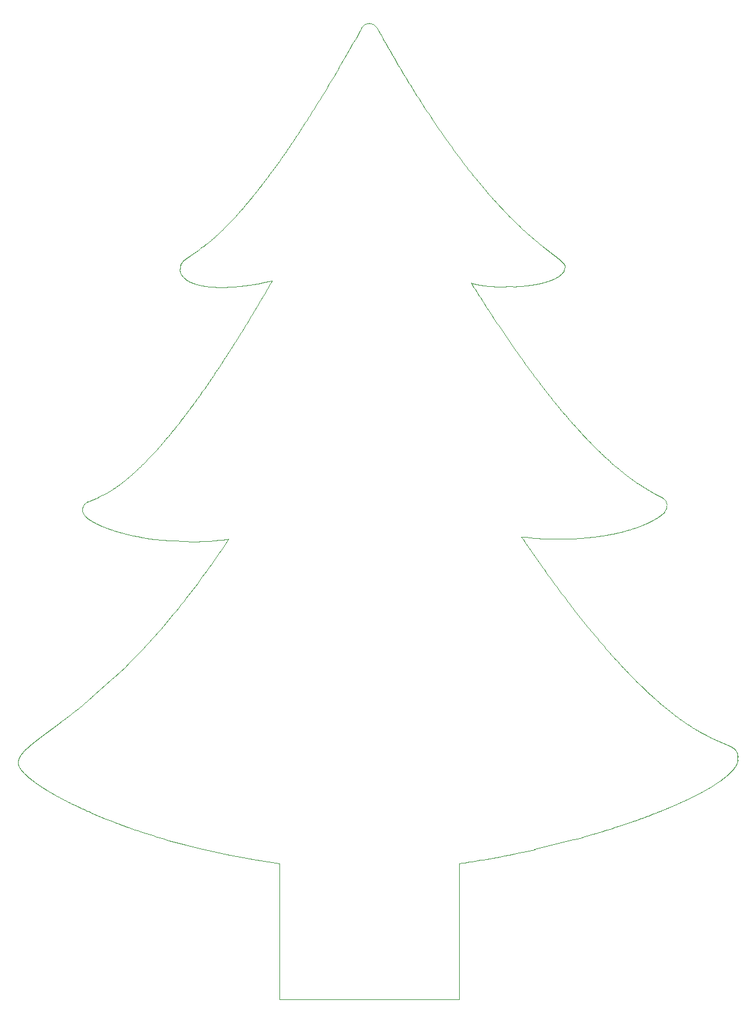
<source format=gbr>
%TF.GenerationSoftware,Altium Limited,Altium Designer,21.4.1 (30)*%
G04 Layer_Color=0*
%FSLAX26Y26*%
%MOIN*%
%TF.SameCoordinates,C79CEFAC-E130-474B-83DD-F1A68A00FB65*%
%TF.FilePolarity,Positive*%
%TF.FileFunction,Profile,NP*%
%TF.Part,Single*%
G01*
G75*
%TA.AperFunction,Profile*%
%ADD73C,0.001000*%
D73*
X-1949963Y1288009D02*
X-1950209Y1288428D01*
X-1950452Y1288845D01*
X-1950690Y1289262D01*
X-1950926Y1289677D01*
X-1951157Y1290091D01*
X-1951386Y1290504D01*
X-1951610Y1290916D01*
X-1951831Y1291327D01*
X-1952048Y1291736D01*
X-1952262Y1292145D01*
X-1952472Y1292552D01*
X-1952679Y1292958D01*
X-1952882Y1293362D01*
X-1953081Y1293766D01*
X-1953277Y1294168D01*
X-1953469Y1294569D01*
X-1953658Y1294969D01*
X-1953842Y1295368D01*
X-1954024Y1295766D01*
X-1954201Y1296162D01*
X-1954375Y1296557D01*
X-1954546Y1296951D01*
X-1954713Y1297344D01*
X-1954876Y1297735D01*
X-1955035Y1298125D01*
X-1955191Y1298514D01*
X-1955343Y1298902D01*
X-1955492Y1299289D01*
X-1955637Y1299674D01*
X-1955778Y1300058D01*
X-1955916Y1300441D01*
X-1956050Y1300823D01*
X-1956180Y1301203D01*
X-1956307Y1301582D01*
X-1956430Y1301960D01*
X-1956549Y1302337D01*
X-1956665Y1302712D01*
X-1956777Y1303086D01*
X-1956885Y1303459D01*
X-1956990Y1303831D01*
X-1957091Y1304201D01*
X-1957188Y1304570D01*
X-1957282Y1304938D01*
X-1957371Y1305304D01*
X-1957458Y1305669D01*
X-1957540Y1306034D01*
X-1957619Y1306396D01*
X-1957694Y1306758D01*
X-1957766Y1307118D01*
X-1957834Y1307476D01*
X-1957898Y1307834D01*
X-1957958Y1308190D01*
X-1958015Y1308545D01*
X-1958068Y1308899D01*
X-1958117Y1309251D01*
X-1958162Y1309602D01*
X-1958204Y1309952D01*
X-1958242Y1310300D01*
X-1958277Y1310647D01*
X-1958307Y1310993D01*
X-1958334Y1311338D01*
D02*
G02*
X-1958377Y1312023I32468J2364D01*
G01*
D02*
G03*
X-1958500Y1313795I-49202J-2532D01*
G01*
D02*
G02*
X-1958658Y1320444I51964J4563D01*
G01*
D02*
G02*
X-1958565Y1322107I53102J-2126D01*
G01*
D02*
G02*
X-1958462Y1323355I53121J-3790D01*
G01*
D02*
G02*
X-1958328Y1324603I53320J-5070D01*
G01*
D02*
G02*
X-1958165Y1325853I54898J-6518D01*
G01*
X-1958041Y1326686D01*
X-1957903Y1327520D01*
X-1957752Y1328355D01*
X-1957588Y1329190D01*
X-1957411Y1330025D01*
X-1957222Y1330862D01*
X-1957019Y1331699D01*
X-1956804Y1332536D01*
X-1956576Y1333375D01*
X-1956335Y1334214D01*
X-1956081Y1335054D01*
X-1955814Y1335895D01*
X-1955535Y1336736D01*
X-1955390Y1337158D01*
X-1955243Y1337579D01*
X-1955092Y1338001D01*
X-1954938Y1338423D01*
X-1954781Y1338845D01*
X-1954620Y1339268D01*
X-1954457Y1339691D01*
X-1954290Y1340114D01*
X-1954120Y1340537D01*
X-1953947Y1340961D01*
X-1953771Y1341385D01*
X-1953592Y1341809D01*
X-1953409Y1342234D01*
X-1953224Y1342658D01*
X-1953035Y1343083D01*
X-1952843Y1343509D01*
X-1952648Y1343935D01*
X-1952450Y1344361D01*
X-1952248Y1344787D01*
X-1952044Y1345214D01*
X-1951836Y1345641D01*
X-1951626Y1346069D01*
X-1951412Y1346496D01*
X-1951195Y1346925D01*
X-1950975Y1347353D01*
X-1950752Y1347782D01*
X-1950526Y1348211D01*
X-1950296Y1348641D01*
X-1950064Y1349071D01*
X-1949828Y1349502D01*
X-1949589Y1349932D01*
X-1949348Y1350363D01*
X-1949103Y1350795D01*
X-1948855Y1351227D01*
X-1948604Y1351660D01*
X-1948350Y1352092D01*
X-1948092Y1352526D01*
X-1947832Y1352959D01*
X-1947569Y1353393D01*
X-1947302Y1353828D01*
X-1947033Y1354263D01*
X-1946760Y1354699D01*
X-1946484Y1355134D01*
X-1946206Y1355571D01*
X-1945924Y1356008D01*
X-1945639Y1356445D01*
X-1945351Y1356883D01*
X-1945060Y1357321D01*
X-1944766Y1357760D01*
X-1944469Y1358199D01*
X-1944169Y1358639D01*
X-1943866Y1359079D01*
X-1943560Y1359520D01*
X-1943251Y1359961D01*
X-1942938Y1360403D01*
X-1942623Y1360845D01*
X-1942305Y1361288D01*
X-1941984Y1361731D01*
X-1941659Y1362175D01*
X-1941332Y1362619D01*
X-1941001Y1363064D01*
X-1940668Y1363510D01*
X-1940332Y1363956D01*
X-1939992Y1364402D01*
X-1939650Y1364849D01*
X-1939304Y1365297D01*
X-1938956Y1365745D01*
X-1938605Y1366194D01*
X-1938250Y1366644D01*
X-1937893Y1367094D01*
X-1937533Y1367544D01*
X-1937169Y1367996D01*
X-1936803Y1368447D01*
X-1936434Y1368900D01*
X-1936061Y1369353D01*
X-1935686Y1369807D01*
X-1935308Y1370261D01*
X-1934927Y1370716D01*
X-1934542Y1371172D01*
X-1934155Y1371628D01*
X-1933765Y1372085D01*
X-1933372Y1372542D01*
X-1932976Y1373001D01*
X-1932577Y1373459D01*
X-1932175Y1373919D01*
X-1931770Y1374379D01*
X-1931362Y1374840D01*
X-1930952Y1375301D01*
X-1930538Y1375764D01*
X-1930122Y1376227D01*
X-1929702Y1376690D01*
X-1929280Y1377155D01*
X-1928854Y1377620D01*
X-1928426Y1378085D01*
X-1927995Y1378552D01*
X-1927561Y1379019D01*
X-1927123Y1379487D01*
X-1926684Y1379955D01*
X-1926241Y1380425D01*
X-1925795Y1380895D01*
X-1925346Y1381366D01*
X-1924895Y1381837D01*
X-1924440Y1382310D01*
X-1923983Y1382783D01*
X-1923523Y1383257D01*
X-1923059Y1383732D01*
X-1922593Y1384207D01*
X-1922124Y1384683D01*
X-1921652Y1385160D01*
X-1921178Y1385638D01*
X-1920700Y1386117D01*
X-1920220Y1386596D01*
X-1919736Y1387076D01*
X-1919250Y1387557D01*
X-1918761Y1388039D01*
X-1918269Y1388522D01*
X-1917775Y1389005D01*
X-1917277Y1389490D01*
X-1916777Y1389975D01*
X-1916273Y1390461D01*
X-1915767Y1390948D01*
X-1915258Y1391435D01*
X-1914746Y1391924D01*
X-1914232Y1392414D01*
X-1913714Y1392904D01*
X-1913194Y1393395D01*
X-1912671Y1393887D01*
X-1912145Y1394380D01*
X-1911616Y1394874D01*
X-1911084Y1395369D01*
X-1910550Y1395864D01*
X-1910012Y1396361D01*
X-1909472Y1396858D01*
X-1908929Y1397357D01*
X-1908384Y1397856D01*
X-1907835Y1398356D01*
X-1907284Y1398857D01*
X-1906730Y1399359D01*
X-1906173Y1399862D01*
X-1905613Y1400366D01*
X-1905051Y1400871D01*
X-1904485Y1401377D01*
X-1903917Y1401884D01*
X-1903346Y1402392D01*
X-1902773Y1402900D01*
X-1902196Y1403410D01*
X-1901617Y1403921D01*
X-1901035Y1404433D01*
X-1900450Y1404945D01*
X-1899863Y1405459D01*
X-1899273Y1405974D01*
X-1898680Y1406489D01*
X-1898084Y1407006D01*
X-1897485Y1407524D01*
X-1896884Y1408043D01*
X-1896280Y1408562D01*
X-1895673Y1409083D01*
X-1895064Y1409605D01*
X-1894451Y1410128D01*
X-1893836Y1410652D01*
X-1893219Y1411177D01*
X-1892598Y1411703D01*
X-1891975Y1412230D01*
X-1891349Y1412758D01*
X-1890720Y1413287D01*
X-1890089Y1413818D01*
X-1889455Y1414349D01*
X-1888818Y1414882D01*
X-1888179Y1415415D01*
X-1887536Y1415950D01*
X-1886892Y1416486D01*
X-1886244Y1417023D01*
X-1885594Y1417561D01*
X-1884941Y1418100D01*
X-1884285Y1418640D01*
X-1883627Y1419181D01*
X-1882965Y1419724D01*
X-1882302Y1420267D01*
X-1881635Y1420812D01*
X-1880966Y1421358D01*
X-1880294Y1421905D01*
X-1879620Y1422453D01*
X-1878942Y1423003D01*
X-1878263Y1423553D01*
X-1877580Y1424105D01*
X-1876895Y1424658D01*
X-1876207Y1425212D01*
X-1875516Y1425767D01*
X-1874823Y1426324D01*
X-1874128Y1426882D01*
X-1873429Y1427441D01*
X-1872728Y1428001D01*
X-1872024Y1428562D01*
X-1871318Y1429125D01*
X-1870609Y1429688D01*
X-1869897Y1430253D01*
X-1869183Y1430820D01*
X-1868466Y1431387D01*
X-1867746Y1431956D01*
X-1867024Y1432526D01*
X-1866299Y1433097D01*
X-1865572Y1433669D01*
X-1864842Y1434243D01*
X-1864109Y1434818D01*
X-1863374Y1435395D01*
X-1862636Y1435972D01*
X-1861896Y1436551D01*
X-1861152Y1437131D01*
X-1860407Y1437713D01*
X-1859659Y1438295D01*
X-1858908Y1438879D01*
X-1858154Y1439465D01*
X-1857398Y1440051D01*
X-1856639Y1440639D01*
X-1855878Y1441229D01*
X-1855114Y1441819D01*
X-1854348Y1442411D01*
X-1853579Y1443005D01*
X-1852807Y1443599D01*
X-1852033Y1444195D01*
X-1851257Y1444793D01*
X-1850477Y1445391D01*
X-1849696Y1445992D01*
X-1848911Y1446593D01*
X-1848124Y1447196D01*
X-1847335Y1447800D01*
X-1846543Y1448406D01*
X-1845748Y1449013D01*
X-1844951Y1449621D01*
X-1844152Y1450231D01*
X-1843350Y1450842D01*
X-1842545Y1451455D01*
X-1841738Y1452069D01*
X-1840928Y1452685D01*
X-1840116Y1453301D01*
X-1839301Y1453920D01*
X-1838483Y1454540D01*
X-1837664Y1455161D01*
X-1836841Y1455783D01*
X-1836016Y1456408D01*
X-1835189Y1457033D01*
X-1834359Y1457660D01*
X-1833526Y1458289D01*
X-1832692Y1458919D01*
X-1831854Y1459550D01*
X-1831014Y1460183D01*
X-1830172Y1460818D01*
X-1829327Y1461453D01*
X-1828480Y1462091D01*
X-1827630Y1462730D01*
X-1826777Y1463370D01*
X-1825923Y1464012D01*
X-1825065Y1464656D01*
X-1824206Y1465301D01*
X-1823343Y1465947D01*
X-1822479Y1466595D01*
X-1821611Y1467245D01*
X-1820742Y1467896D01*
X-1819870Y1468549D01*
X-1818995Y1469203D01*
X-1818118Y1469859D01*
X-1817239Y1470516D01*
X-1816357Y1471175D01*
X-1815472Y1471835D01*
X-1814586Y1472498D01*
X-1813696Y1473161D01*
X-1812805Y1473826D01*
X-1811910Y1474493D01*
X-1811014Y1475162D01*
X-1810115Y1475832D01*
X-1809214Y1476504D01*
X-1808310Y1477177D01*
X-1807404Y1477852D01*
X-1806495Y1478528D01*
X-1805584Y1479207D01*
X-1804670Y1479886D01*
X-1803755Y1480568D01*
X-1802836Y1481251D01*
X-1801916Y1481936D01*
X-1800992Y1482622D01*
X-1800067Y1483310D01*
X-1799139Y1484000D01*
X-1798209Y1484691D01*
X-1797276Y1485384D01*
X-1796341Y1486079D01*
X-1795404Y1486775D01*
X-1794464Y1487474D01*
X-1793522Y1488173D01*
X-1792577Y1488875D01*
X-1791630Y1489578D01*
X-1790681Y1490283D01*
X-1789729Y1490990D01*
X-1788775Y1491698D01*
X-1787819Y1492408D01*
X-1786860Y1493120D01*
X-1785899Y1493834D01*
X-1784935Y1494549D01*
X-1783969Y1495266D01*
X-1783001Y1495985D01*
X-1782031Y1496706D01*
X-1781058Y1497428D01*
X-1780083Y1498152D01*
X-1779105Y1498878D01*
X-1778125Y1499606D01*
X-1777143Y1500335D01*
X-1776159Y1501066D01*
X-1775172Y1501799D01*
X-1774182Y1502534D01*
X-1773191Y1503271D01*
X-1772197Y1504009D01*
X-1771201Y1504749D01*
X-1770203Y1505492D01*
X-1769202Y1506235D01*
X-1768199Y1506981D01*
X-1767194Y1507729D01*
X-1766186Y1508478D01*
X-1765176Y1509229D01*
X-1764164Y1509982D01*
X-1763149Y1510737D01*
X-1762132Y1511494D01*
X-1761113Y1512253D01*
X-1760092Y1513013D01*
X-1759068Y1513776D01*
X-1758042Y1514540D01*
X-1757014Y1515306D01*
X-1755984Y1516074D01*
X-1754951Y1516844D01*
X-1753916Y1517616D01*
X-1752879Y1518390D01*
X-1751839Y1519166D01*
X-1750797Y1519943D01*
X-1749753Y1520723D01*
X-1748707Y1521504D01*
X-1747658Y1522287D01*
X-1746608Y1523073D01*
X-1745554Y1523860D01*
X-1744499Y1524649D01*
X-1743442Y1525440D01*
X-1742382Y1526233D01*
X-1741320Y1527028D01*
X-1740256Y1527825D01*
X-1739189Y1528624D01*
X-1738121Y1529425D01*
X-1737050Y1530228D01*
X-1735977Y1531033D01*
X-1734901Y1531840D01*
X-1733824Y1532649D01*
X-1732744Y1533460D01*
X-1731662Y1534273D01*
X-1730578Y1535088D01*
X-1729492Y1535905D01*
X-1728403Y1536724D01*
X-1727312Y1537545D01*
X-1726219Y1538368D01*
X-1725124Y1539193D01*
X-1724027Y1540020D01*
X-1722928Y1540849D01*
X-1721826Y1541680D01*
X-1720722Y1542513D01*
X-1719616Y1543349D01*
X-1718508Y1544186D01*
X-1716285Y1545867D01*
X-1714053Y1547556D01*
X-1711813Y1549254D01*
X-1709564Y1550960D01*
X-1707307Y1552675D01*
X-1705041Y1554398D01*
X-1702766Y1556130D01*
X-1700483Y1557870D01*
X-1698192Y1559618D01*
X-1695892Y1561376D01*
X-1693583Y1563142D01*
X-1691266Y1564917D01*
X-1688941Y1566700D01*
X-1686607Y1568493D01*
X-1684265Y1570294D01*
X-1681915Y1572104D01*
X-1679556Y1573924D01*
X-1677189Y1575752D01*
X-1673623Y1578511D01*
X-1670038Y1581290D01*
X-1666435Y1584091D01*
X-1662813Y1586911D01*
X-1659174Y1589753D01*
X-1655515Y1592616D01*
X-1651839Y1595499D01*
X-1646909Y1599377D01*
X-1641948Y1603294D01*
X-1636954Y1607248D01*
X-1631929Y1611242D01*
X-1626872Y1615274D01*
X-1620508Y1620370D01*
X-1614094Y1625528D01*
X-1606335Y1631802D01*
X-1598507Y1638166D01*
X-1589288Y1645709D01*
X-1578640Y1654485D01*
X-1565164Y1665695D01*
X-1548752Y1679504D01*
D02*
G03*
X-1428447Y1786381I-2180928J2576091D01*
G01*
X-1393145Y1819755D01*
X-1366544Y1845541D01*
X-1342725Y1869106D01*
X-1321827Y1890159D01*
X-1302332Y1910121D01*
X-1284293Y1928873D01*
X-1266097Y1948067D01*
X-1249421Y1965905D01*
X-1232622Y1984117D01*
X-1215701Y2002710D01*
X-1200371Y2019774D01*
X-1184947Y2037152D01*
X-1169432Y2054851D01*
X-1153826Y2072873D01*
X-1139881Y2089167D01*
X-1125868Y2105722D01*
X-1111788Y2122540D01*
X-1097643Y2139624D01*
X-1083435Y2156977D01*
X-1069164Y2174602D01*
X-1054833Y2192501D01*
X-1040443Y2210676D01*
X-1027803Y2226808D01*
X-1015121Y2243155D01*
X-1002396Y2259720D01*
X-989630Y2276504D01*
X-976823Y2293508D01*
X-963977Y2310735D01*
X-951092Y2328186D01*
X-938170Y2345863D01*
X-925211Y2363768D01*
X-912217Y2381901D01*
X-899188Y2400267D01*
X-886125Y2418865D01*
X-873030Y2437697D01*
X-859903Y2456766D01*
X-846745Y2476073D01*
X-833557Y2495620D01*
X-820340Y2515409D01*
X-807096Y2535441D01*
X-793824Y2555717D01*
X-795956Y2555414D01*
X-808742Y2553668D01*
X-821521Y2552045D01*
X-834290Y2550543D01*
X-848108Y2549051D01*
X-861907Y2547697D01*
X-876742Y2546392D01*
X-891548Y2545242D01*
X-907373Y2544181D01*
X-924204Y2543238D01*
X-942025Y2542448D01*
X-961856Y2541816D01*
X-984693Y2541408D01*
X-1011487Y2541361D01*
D02*
G02*
X-1138436Y2547376I11053J1575916D01*
G01*
D02*
G02*
X-1170104Y2550484I137017J1559137D01*
G01*
X-1190856Y2552876D01*
X-1207608Y2555014D01*
X-1221405Y2556918D01*
X-1233237Y2558653D01*
X-1244054Y2560325D01*
X-1253879Y2561914D01*
X-1262732Y2563406D01*
X-1271510Y2564940D01*
X-1279344Y2566357D01*
X-1287115Y2567807D01*
X-1293968Y2569124D01*
X-1300769Y2570467D01*
X-1306677Y2571662D01*
X-1312544Y2572876D01*
X-1318369Y2574108D01*
X-1324153Y2575358D01*
X-1329076Y2576444D01*
X-1333968Y2577543D01*
X-1338828Y2578655D01*
X-1343656Y2579779D01*
X-1348452Y2580916D01*
X-1353214Y2582064D01*
X-1357158Y2583030D01*
X-1361078Y2584005D01*
X-1364975Y2584987D01*
X-1368848Y2585978D01*
X-1372697Y2586976D01*
X-1376522Y2587982D01*
X-1380323Y2588995D01*
X-1384100Y2590016D01*
X-1387852Y2591044D01*
X-1390836Y2591872D01*
X-1393804Y2592704D01*
X-1396755Y2593541D01*
X-1399691Y2594382D01*
X-1402610Y2595228D01*
X-1405513Y2596078D01*
X-1408400Y2596932D01*
X-1411270Y2597790D01*
X-1414123Y2598653D01*
X-1416959Y2599519D01*
X-1419779Y2600390D01*
X-1422582Y2601265D01*
X-1425368Y2602143D01*
X-1428136Y2603026D01*
X-1430887Y2603912D01*
X-1433621Y2604802D01*
X-1436338Y2605695D01*
X-1438363Y2606368D01*
X-1440379Y2607042D01*
X-1442385Y2607719D01*
X-1444381Y2608397D01*
X-1446367Y2609078D01*
X-1448343Y2609760D01*
X-1450309Y2610444D01*
X-1452264Y2611130D01*
X-1454209Y2611818D01*
X-1456145Y2612508D01*
X-1458069Y2613199D01*
X-1459984Y2613892D01*
X-1461888Y2614587D01*
X-1463782Y2615284D01*
X-1465665Y2615982D01*
X-1467537Y2616682D01*
X-1469400Y2617384D01*
X-1471251Y2618087D01*
X-1473092Y2618792D01*
X-1474923Y2619498D01*
X-1476742Y2620206D01*
X-1478551Y2620915D01*
X-1480349Y2621626D01*
X-1482136Y2622338D01*
X-1483913Y2623052D01*
X-1485678Y2623767D01*
X-1487433Y2624484D01*
X-1489176Y2625201D01*
X-1490909Y2625921D01*
X-1492630Y2626641D01*
X-1494340Y2627363D01*
X-1496039Y2628086D01*
X-1497727Y2628810D01*
X-1499404Y2629535D01*
X-1500515Y2630019D01*
X-1501622Y2630504D01*
X-1502723Y2630990D01*
X-1503819Y2631475D01*
X-1504911Y2631961D01*
X-1505997Y2632448D01*
X-1507078Y2632936D01*
X-1508154Y2633423D01*
X-1509225Y2633911D01*
X-1510291Y2634400D01*
X-1511351Y2634889D01*
X-1512407Y2635378D01*
X-1513457Y2635868D01*
X-1514502Y2636359D01*
X-1515542Y2636849D01*
X-1516577Y2637341D01*
X-1517606Y2637832D01*
X-1518631Y2638324D01*
X-1519650Y2638817D01*
X-1520664Y2639309D01*
X-1521672Y2639802D01*
X-1522675Y2640296D01*
X-1523673Y2640790D01*
X-1524666Y2641284D01*
X-1525653Y2641778D01*
X-1526635Y2642273D01*
X-1527612Y2642769D01*
X-1528583Y2643264D01*
X-1529549Y2643760D01*
X-1530510Y2644256D01*
X-1531465Y2644753D01*
X-1532415Y2645249D01*
X-1533359Y2645746D01*
X-1534298Y2646244D01*
X-1535232Y2646741D01*
X-1536160Y2647239D01*
X-1537082Y2647737D01*
X-1537999Y2648235D01*
X-1538911Y2648734D01*
X-1539817Y2649233D01*
X-1540718Y2649732D01*
X-1541613Y2650231D01*
X-1542502Y2650730D01*
X-1543386Y2651230D01*
X-1544265Y2651730D01*
X-1545138Y2652230D01*
X-1546005Y2652730D01*
X-1546867Y2653231D01*
X-1547723Y2653731D01*
X-1548573Y2654232D01*
X-1549418Y2654733D01*
X-1550257Y2655233D01*
X-1551091Y2655735D01*
X-1551918Y2656236D01*
X-1552741Y2656737D01*
X-1553557Y2657239D01*
X-1554368Y2657740D01*
X-1555173Y2658242D01*
X-1555972Y2658744D01*
X-1556765Y2659246D01*
X-1557553Y2659748D01*
X-1558335Y2660250D01*
X-1559111Y2660752D01*
X-1559882Y2661254D01*
X-1560647Y2661756D01*
X-1561405Y2662258D01*
X-1562158Y2662760D01*
X-1562905Y2663263D01*
X-1563647Y2663765D01*
X-1564382Y2664267D01*
X-1565111Y2664769D01*
X-1565835Y2665272D01*
X-1566553Y2665774D01*
X-1567264Y2666276D01*
X-1567970Y2666778D01*
X-1568670Y2667280D01*
X-1569364Y2667783D01*
X-1570052Y2668285D01*
X-1570734Y2668787D01*
X-1571410Y2669289D01*
X-1572080Y2669791D01*
X-1572744Y2670292D01*
X-1573402Y2670794D01*
X-1574054Y2671296D01*
X-1574700Y2671797D01*
X-1575339Y2672298D01*
X-1575973Y2672800D01*
X-1576601Y2673301D01*
X-1577222Y2673802D01*
X-1577838Y2674303D01*
X-1578447Y2674804D01*
X-1579050Y2675304D01*
X-1579647Y2675805D01*
X-1580237Y2676305D01*
X-1580822Y2676805D01*
X-1581400Y2677305D01*
X-1581973Y2677804D01*
X-1582539Y2678304D01*
X-1583098Y2678803D01*
X-1583652Y2679302D01*
X-1584199Y2679801D01*
X-1584470Y2680050D01*
X-1584740Y2680300D01*
X-1585008Y2680549D01*
X-1585275Y2680798D01*
X-1585540Y2681047D01*
X-1586065Y2681545D01*
D02*
G02*
X-1572813Y2761803I33962J35615D01*
G01*
X-1572543Y2761928D01*
X-1572272Y2762053D01*
X-1572000Y2762178D01*
X-1571727Y2762303D01*
X-1571453Y2762428D01*
X-1571177Y2762553D01*
X-1570900Y2762679D01*
X-1570622Y2762804D01*
X-1570343Y2762930D01*
X-1570063Y2763056D01*
X-1569782Y2763182D01*
X-1569499Y2763307D01*
X-1569216Y2763434D01*
X-1568931Y2763560D01*
X-1568645Y2763686D01*
X-1568357Y2763813D01*
X-1568069Y2763939D01*
X-1567780Y2764066D01*
X-1567489Y2764193D01*
X-1567197Y2764321D01*
X-1566904Y2764448D01*
X-1566610Y2764576D01*
X-1566314Y2764703D01*
X-1566018Y2764831D01*
X-1565720Y2764960D01*
X-1565421Y2765088D01*
X-1565121Y2765217D01*
X-1564820Y2765345D01*
X-1564517Y2765475D01*
X-1564214Y2765604D01*
X-1563909Y2765734D01*
X-1563603Y2765863D01*
X-1563295Y2765994D01*
X-1562987Y2766124D01*
X-1562678Y2766255D01*
X-1562367Y2766386D01*
X-1562055Y2766517D01*
X-1561742Y2766648D01*
X-1561427Y2766780D01*
X-1561112Y2766912D01*
X-1560795Y2767045D01*
X-1560477Y2767177D01*
X-1560158Y2767311D01*
X-1559838Y2767444D01*
X-1559516Y2767578D01*
X-1559194Y2767712D01*
X-1558870Y2767846D01*
X-1558544Y2767981D01*
X-1558218Y2768116D01*
X-1557891Y2768252D01*
X-1557562Y2768388D01*
X-1557232Y2768524D01*
X-1556901Y2768661D01*
X-1556569Y2768798D01*
X-1556235Y2768936D01*
X-1555900Y2769073D01*
X-1555564Y2769212D01*
X-1555227Y2769351D01*
X-1554889Y2769490D01*
X-1554549Y2769629D01*
X-1554208Y2769769D01*
X-1553866Y2769910D01*
X-1553523Y2770051D01*
X-1553178Y2770193D01*
X-1552833Y2770334D01*
X-1552486Y2770477D01*
X-1552138Y2770620D01*
X-1551788Y2770763D01*
X-1551438Y2770907D01*
X-1551086Y2771051D01*
X-1550733Y2771196D01*
X-1550379Y2771341D01*
X-1550023Y2771487D01*
X-1549667Y2771634D01*
X-1549309Y2771781D01*
X-1548949Y2771928D01*
X-1548589Y2772076D01*
X-1548227Y2772225D01*
X-1547865Y2772374D01*
X-1547501Y2772523D01*
X-1547135Y2772674D01*
X-1546769Y2772825D01*
X-1546401Y2772976D01*
X-1546032Y2773128D01*
X-1545661Y2773281D01*
X-1545290Y2773434D01*
X-1544917Y2773588D01*
X-1544543Y2773742D01*
X-1544168Y2773897D01*
X-1543791Y2774053D01*
X-1543414Y2774209D01*
X-1543034Y2774366D01*
X-1542654Y2774524D01*
X-1542273Y2774682D01*
X-1541890Y2774841D01*
X-1541506Y2775001D01*
X-1541121Y2775161D01*
X-1540734Y2775322D01*
X-1540346Y2775484D01*
X-1539957Y2775646D01*
X-1539567Y2775809D01*
X-1539176Y2775973D01*
X-1538783Y2776137D01*
X-1538389Y2776303D01*
X-1537993Y2776468D01*
X-1537597Y2776635D01*
X-1537199Y2776802D01*
X-1536800Y2776971D01*
X-1536399Y2777140D01*
X-1535998Y2777309D01*
X-1535595Y2777480D01*
X-1535191Y2777651D01*
X-1534785Y2777823D01*
X-1534378Y2777995D01*
X-1533970Y2778169D01*
X-1533561Y2778343D01*
X-1533150Y2778518D01*
X-1532739Y2778694D01*
X-1532326Y2778871D01*
X-1531911Y2779049D01*
X-1531495Y2779227D01*
X-1531079Y2779406D01*
X-1530660Y2779586D01*
X-1529820Y2779949D01*
X-1528975Y2780315D01*
X-1528124Y2780685D01*
X-1527268Y2781058D01*
X-1526407Y2781435D01*
X-1525541Y2781815D01*
X-1524670Y2782200D01*
X-1523794Y2782587D01*
X-1522912Y2782979D01*
X-1522025Y2783375D01*
X-1521133Y2783774D01*
X-1519785Y2784381D01*
X-1518426Y2784997D01*
X-1517054Y2785622D01*
X-1515671Y2786256D01*
X-1513808Y2787117D01*
X-1511924Y2787995D01*
X-1509539Y2789118D01*
D02*
G03*
X-1487102Y2800333I-252539J533320D01*
G01*
X-1482186Y2802951D01*
X-1478285Y2805070D01*
X-1474888Y2806947D01*
X-1471439Y2808880D01*
X-1468527Y2810536D01*
X-1465579Y2812232D01*
X-1462596Y2813971D01*
X-1459577Y2815752D01*
X-1457136Y2817209D01*
X-1454672Y2818693D01*
X-1452185Y2820207D01*
X-1449675Y2821749D01*
X-1447142Y2823322D01*
X-1444586Y2824924D01*
X-1442006Y2826556D01*
X-1439404Y2828219D01*
X-1436777Y2829914D01*
X-1434128Y2831640D01*
X-1431454Y2833398D01*
X-1429434Y2834738D01*
X-1427400Y2836096D01*
X-1425352Y2837473D01*
X-1423292Y2838868D01*
X-1421218Y2840283D01*
X-1419130Y2841716D01*
X-1417030Y2843169D01*
X-1414915Y2844642D01*
X-1412787Y2846133D01*
X-1410646Y2847645D01*
X-1408491Y2849177D01*
X-1406322Y2850729D01*
X-1404140Y2852301D01*
X-1401944Y2853894D01*
X-1399734Y2855507D01*
X-1397511Y2857142D01*
X-1395274Y2858797D01*
X-1393023Y2860473D01*
X-1390758Y2862171D01*
X-1388480Y2863890D01*
X-1386188Y2865632D01*
X-1383881Y2867395D01*
X-1381561Y2869180D01*
X-1379227Y2870987D01*
X-1376879Y2872817D01*
X-1374516Y2874669D01*
X-1372140Y2876544D01*
X-1369750Y2878442D01*
X-1367346Y2880363D01*
X-1364927Y2882307D01*
X-1362495Y2884275D01*
X-1360048Y2886267D01*
X-1357587Y2888282D01*
X-1355111Y2890321D01*
X-1352622Y2892385D01*
X-1350118Y2894472D01*
X-1347600Y2896585D01*
X-1345068Y2898722D01*
X-1342521Y2900883D01*
X-1339959Y2903070D01*
X-1337383Y2905282D01*
X-1334793Y2907519D01*
X-1332189Y2909782D01*
X-1329569Y2912071D01*
X-1326936Y2914385D01*
X-1324287Y2916726D01*
X-1321624Y2919093D01*
X-1318947Y2921486D01*
X-1316254Y2923906D01*
X-1313547Y2926352D01*
X-1310825Y2928826D01*
X-1308089Y2931326D01*
X-1305338Y2933854D01*
X-1302572Y2936410D01*
X-1299791Y2938993D01*
X-1296995Y2941603D01*
X-1294184Y2944242D01*
X-1291359Y2946909D01*
X-1288518Y2949604D01*
X-1285662Y2952328D01*
X-1282792Y2955080D01*
X-1279906Y2957862D01*
X-1277006Y2960672D01*
X-1274090Y2963511D01*
X-1271159Y2966380D01*
X-1268213Y2969278D01*
X-1265252Y2972206D01*
X-1262275Y2975164D01*
X-1259283Y2978153D01*
X-1256276Y2981171D01*
X-1253254Y2984220D01*
X-1250216Y2987299D01*
X-1247163Y2990409D01*
X-1244095Y2993550D01*
X-1241011Y2996722D01*
X-1237912Y2999925D01*
X-1234797Y3003160D01*
X-1231667Y3006426D01*
X-1228521Y3009725D01*
X-1225360Y3013055D01*
X-1222183Y3016417D01*
X-1218990Y3019812D01*
X-1215782Y3023239D01*
X-1212558Y3026699D01*
X-1209319Y3030192D01*
X-1206063Y3033717D01*
X-1202792Y3037276D01*
X-1199505Y3040869D01*
X-1196203Y3044494D01*
X-1192884Y3048154D01*
X-1189550Y3051847D01*
X-1186199Y3055575D01*
X-1182833Y3059337D01*
X-1179451Y3063133D01*
X-1176053Y3066963D01*
X-1172639Y3070829D01*
X-1169208Y3074729D01*
X-1165762Y3078665D01*
X-1162299Y3082636D01*
X-1158821Y3086642D01*
X-1155326Y3090684D01*
X-1151815Y3094762D01*
X-1148288Y3098875D01*
X-1144745Y3103025D01*
X-1141185Y3107211D01*
X-1137609Y3111434D01*
X-1134016Y3115693D01*
X-1130408Y3119989D01*
X-1126783Y3124323D01*
X-1123141Y3128693D01*
X-1119483Y3133101D01*
X-1115809Y3137546D01*
X-1112118Y3142029D01*
X-1108410Y3146550D01*
X-1104686Y3151109D01*
X-1100945Y3155706D01*
X-1097188Y3160341D01*
X-1093414Y3165016D01*
X-1089623Y3169729D01*
X-1085816Y3174480D01*
X-1081992Y3179271D01*
X-1078151Y3184102D01*
X-1074294Y3188971D01*
X-1070419Y3193881D01*
X-1066528Y3198830D01*
X-1062620Y3203819D01*
X-1058694Y3208848D01*
X-1054752Y3213918D01*
X-1050793Y3219028D01*
X-1046817Y3224178D01*
X-1042824Y3229370D01*
X-1038814Y3234603D01*
X-1034787Y3239877D01*
X-1030743Y3245192D01*
X-1026681Y3250548D01*
X-1022603Y3255947D01*
X-1018507Y3261387D01*
X-1014394Y3266869D01*
X-1010263Y3272394D01*
X-1006116Y3277961D01*
X-1001951Y3283571D01*
X-997769Y3289223D01*
X-993569Y3294918D01*
X-989352Y3300657D01*
X-985117Y3306439D01*
X-980866Y3312264D01*
X-976596Y3318132D01*
X-972309Y3324045D01*
X-968005Y3330001D01*
X-963683Y3336002D01*
X-959343Y3342047D01*
X-954986Y3348137D01*
X-950611Y3354271D01*
X-946218Y3360450D01*
X-941808Y3366674D01*
X-937380Y3372943D01*
X-932934Y3379258D01*
X-928471Y3385618D01*
X-923989Y3392024D01*
X-919490Y3398475D01*
X-914972Y3404973D01*
X-910437Y3411517D01*
X-905884Y3418108D01*
X-901313Y3424745D01*
X-896724Y3431428D01*
X-892117Y3438159D01*
X-887492Y3444937D01*
X-882849Y3451762D01*
X-878187Y3458635D01*
X-873508Y3465555D01*
X-868810Y3472523D01*
X-864094Y3479539D01*
X-859360Y3486603D01*
X-854608Y3493715D01*
X-849837Y3500876D01*
X-845048Y3508086D01*
X-840241Y3515344D01*
X-835415Y3522651D01*
X-830571Y3530008D01*
X-825708Y3537414D01*
X-820827Y3544869D01*
X-815928Y3552375D01*
X-811010Y3559930D01*
X-806073Y3567535D01*
X-801118Y3575190D01*
X-796144Y3582896D01*
X-791152Y3590653D01*
X-786140Y3598460D01*
X-781111Y3606318D01*
X-776062Y3614227D01*
X-770995Y3622188D01*
X-765909Y3630200D01*
X-760804Y3638263D01*
X-755681Y3646378D01*
X-750538Y3654546D01*
X-745376Y3662765D01*
X-740196Y3671037D01*
X-734997Y3679361D01*
X-729779Y3687738D01*
X-724541Y3696168D01*
X-719285Y3704651D01*
X-714010Y3713187D01*
X-708715Y3721776D01*
X-703401Y3730419D01*
X-698069Y3739116D01*
X-692717Y3747866D01*
X-687346Y3756671D01*
X-681955Y3765530D01*
X-676545Y3774443D01*
X-671116Y3783411D01*
X-665668Y3792433D01*
X-660201Y3801511D01*
X-654713Y3810643D01*
X-649207Y3819831D01*
X-643681Y3829074D01*
X-638136Y3838373D01*
X-632571Y3847728D01*
X-626986Y3857139D01*
X-621383Y3866606D01*
X-615759Y3876129D01*
X-610116Y3885708D01*
X-604453Y3895345D01*
X-598771Y3905038D01*
X-593068Y3914788D01*
X-587347Y3924595D01*
X-581605Y3934460D01*
X-575844Y3944383D01*
X-570062Y3954363D01*
X-564261Y3964400D01*
X-558440Y3974496D01*
X-550648Y3988048D01*
X-556914Y3986588D01*
X-566277Y3984456D01*
X-574822Y3982560D01*
X-583331Y3980722D01*
X-591032Y3979101D01*
X-598700Y3977526D01*
X-606336Y3975999D01*
X-613178Y3974665D01*
X-619992Y3973368D01*
X-626778Y3972110D01*
X-632784Y3971024D01*
X-638767Y3969967D01*
X-644726Y3968941D01*
X-650660Y3967944D01*
X-656570Y3966977D01*
X-661720Y3966156D01*
X-666850Y3965358D01*
X-671960Y3964582D01*
X-677050Y3963829D01*
X-682120Y3963099D01*
X-687168Y3962392D01*
X-692196Y3961708D01*
X-696488Y3961140D01*
X-700764Y3960588D01*
X-705025Y3960053D01*
X-709269Y3959535D01*
X-713497Y3959033D01*
X-717708Y3958548D01*
X-721902Y3958080D01*
X-726080Y3957629D01*
X-730240Y3957194D01*
X-734383Y3956776D01*
X-738509Y3956374D01*
X-741933Y3956052D01*
X-745346Y3955742D01*
X-748745Y3955443D01*
X-752133Y3955155D01*
X-755507Y3954879D01*
X-758869Y3954615D01*
X-762218Y3954362D01*
X-765554Y3954121D01*
X-768877Y3953891D01*
X-772187Y3953673D01*
X-775483Y3953466D01*
X-778766Y3953270D01*
X-782036Y3953086D01*
X-785292Y3952914D01*
X-788535Y3952753D01*
X-791763Y3952603D01*
X-794978Y3952465D01*
X-797540Y3952363D01*
X-800093Y3952268D01*
X-802636Y3952180D01*
X-805171Y3952100D01*
X-807697Y3952027D01*
X-810213Y3951961D01*
X-812720Y3951903D01*
X-815218Y3951852D01*
X-817706Y3951808D01*
X-820185Y3951771D01*
X-822655Y3951742D01*
X-825115Y3951720D01*
X-827565Y3951706D01*
X-830006Y3951698D01*
X-832437Y3951698D01*
X-834859Y3951706D01*
X-837270Y3951720D01*
X-839672Y3951742D01*
X-842064Y3951771D01*
X-844446Y3951807D01*
X-846818Y3951851D01*
X-849180Y3951901D01*
X-851532Y3951959D01*
X-853874Y3952025D01*
X-856205Y3952097D01*
X-858527Y3952177D01*
X-860838Y3952264D01*
X-863139Y3952358D01*
X-865429Y3952460D01*
X-867709Y3952568D01*
X-869978Y3952684D01*
X-871673Y3952776D01*
X-873362Y3952872D01*
X-875045Y3952972D01*
X-876723Y3953075D01*
X-878394Y3953183D01*
X-880059Y3953295D01*
X-881718Y3953412D01*
X-883371Y3953532D01*
X-885018Y3953656D01*
X-886658Y3953784D01*
X-888293Y3953916D01*
X-889921Y3954053D01*
X-891543Y3954193D01*
X-893159Y3954338D01*
X-894769Y3954486D01*
X-896372Y3954638D01*
X-897970Y3954795D01*
X-899560Y3954956D01*
X-901145Y3955120D01*
X-902723Y3955289D01*
X-904295Y3955462D01*
X-905860Y3955638D01*
X-907419Y3955819D01*
X-908971Y3956004D01*
X-910518Y3956193D01*
X-912057Y3956386D01*
X-913590Y3956583D01*
X-915117Y3956784D01*
X-916637Y3956989D01*
X-918150Y3957198D01*
X-919657Y3957411D01*
X-921157Y3957628D01*
X-922651Y3957849D01*
X-924138Y3958074D01*
X-925618Y3958303D01*
X-927091Y3958536D01*
X-928558Y3958773D01*
X-930018Y3959015D01*
X-931471Y3959260D01*
X-932918Y3959509D01*
X-934357Y3959762D01*
X-935790Y3960019D01*
X-937216Y3960281D01*
X-938635Y3960546D01*
X-940047Y3960815D01*
X-941453Y3961088D01*
X-942851Y3961366D01*
X-944242Y3961647D01*
X-945627Y3961932D01*
X-947004Y3962222D01*
X-948374Y3962515D01*
X-949737Y3962812D01*
X-951094Y3963113D01*
X-952443Y3963419D01*
X-953785Y3963728D01*
X-955120Y3964041D01*
X-956447Y3964358D01*
X-957768Y3964680D01*
X-959081Y3965005D01*
X-960387Y3965334D01*
X-961686Y3965667D01*
X-962977Y3966005D01*
X-964261Y3966346D01*
X-965538Y3966691D01*
X-966808Y3967040D01*
X-968070Y3967393D01*
X-969325Y3967750D01*
X-970572Y3968111D01*
X-971812Y3968476D01*
X-973045Y3968845D01*
X-974270Y3969218D01*
X-975487Y3969595D01*
X-976697Y3969976D01*
X-977500Y3970233D01*
X-978299Y3970490D01*
X-979095Y3970750D01*
X-979887Y3971012D01*
X-980676Y3971275D01*
X-981462Y3971540D01*
X-982244Y3971807D01*
X-983023Y3972075D01*
X-983798Y3972345D01*
X-984570Y3972617D01*
X-985339Y3972891D01*
X-986104Y3973167D01*
X-986866Y3973444D01*
X-987624Y3973723D01*
X-988379Y3974004D01*
X-989131Y3974287D01*
X-989879Y3974571D01*
X-990623Y3974857D01*
X-991364Y3975145D01*
X-992102Y3975434D01*
X-992836Y3975726D01*
X-993567Y3976019D01*
X-994294Y3976314D01*
X-995018Y3976610D01*
X-995738Y3976909D01*
X-996454Y3977209D01*
X-997167Y3977511D01*
X-997877Y3977814D01*
X-998583Y3978120D01*
X-999285Y3978427D01*
X-999985Y3978736D01*
X-1000680Y3979047D01*
X-1001372Y3979359D01*
X-1002060Y3979673D01*
X-1002745Y3979989D01*
X-1003426Y3980307D01*
X-1004104Y3980626D01*
X-1004777Y3980948D01*
X-1005448Y3981270D01*
X-1006115Y3981595D01*
X-1006778Y3981921D01*
X-1007437Y3982250D01*
X-1008093Y3982580D01*
X-1008745Y3982911D01*
X-1009394Y3983245D01*
X-1010039Y3983580D01*
X-1010681Y3983917D01*
X-1011318Y3984255D01*
X-1011952Y3984596D01*
X-1012583Y3984938D01*
X-1013209Y3985282D01*
X-1013832Y3985628D01*
X-1014452Y3985975D01*
X-1015067Y3986324D01*
X-1015679Y3986675D01*
X-1016288Y3987028D01*
X-1016892Y3987382D01*
X-1017493Y3987738D01*
X-1018090Y3988096D01*
X-1018683Y3988455D01*
X-1019273Y3988817D01*
X-1019859Y3989180D01*
X-1020441Y3989545D01*
X-1021019Y3989911D01*
X-1021594Y3990279D01*
X-1022164Y3990649D01*
X-1022731Y3991021D01*
X-1023295Y3991395D01*
X-1023854Y3991770D01*
X-1024410Y3992147D01*
X-1024962Y3992526D01*
X-1025510Y3992906D01*
X-1026054Y3993288D01*
X-1026594Y3993672D01*
X-1027131Y3994058D01*
X-1027663Y3994445D01*
X-1028192Y3994834D01*
X-1028717Y3995225D01*
X-1029238Y3995618D01*
X-1029756Y3996012D01*
X-1030269Y3996408D01*
X-1030779Y3996806D01*
X-1031284Y3997206D01*
X-1031786Y3997607D01*
X-1032284Y3998010D01*
X-1033024Y3998617D01*
X-1033754Y3999229D01*
X-1034476Y3999845D01*
X-1035189Y4000464D01*
X-1035893Y4001087D01*
X-1036589Y4001715D01*
X-1037275Y4002346D01*
X-1037952Y4002981D01*
X-1038621Y4003620D01*
X-1039280Y4004262D01*
X-1039931Y4004909D01*
X-1040572Y4005559D01*
X-1041205Y4006214D01*
X-1041828Y4006872D01*
X-1042442Y4007534D01*
X-1043047Y4008200D01*
X-1043643Y4008870D01*
X-1044230Y4009544D01*
X-1044808Y4010222D01*
X-1045377Y4010903D01*
X-1045936Y4011588D01*
X-1046486Y4012278D01*
X-1047026Y4012971D01*
X-1047558Y4013668D01*
X-1048080Y4014369D01*
X-1048762Y4015309D01*
X-1049427Y4016257D01*
X-1050075Y4017211D01*
X-1050707Y4018172D01*
X-1051322Y4019140D01*
D02*
G02*
X-1052067Y4020359I62335J38910D01*
G01*
D02*
G02*
X-1052785Y4021590I61498J36738D01*
G01*
D02*
G02*
X-1053477Y4022831I62406J35610D01*
G01*
D02*
G02*
X-1054272Y4024334I61878J33692D01*
G01*
D02*
G02*
X-1055151Y4026107I61679J31678D01*
G01*
D02*
G02*
X-1056204Y4028418I61783J29540D01*
G01*
D02*
G02*
X-1057858Y4032611I62256J26987D01*
G01*
D02*
G02*
X-1060715Y4048636I46352J16530D01*
G01*
X-1060718Y4049053D01*
X-1060721Y4049469D01*
X-1060722Y4049882D01*
D02*
G02*
X-1060721Y4050294I119077J51D01*
G01*
X-1060719Y4050703D01*
X-1060716Y4051110D01*
X-1060711Y4051516D01*
X-1060705Y4051919D01*
X-1060698Y4052321D01*
X-1060689Y4052720D01*
X-1060679Y4053118D01*
X-1060667Y4053514D01*
X-1060654Y4053908D01*
X-1060640Y4054300D01*
X-1060624Y4054690D01*
X-1060607Y4055078D01*
X-1060588Y4055464D01*
X-1060568Y4055849D01*
X-1060546Y4056232D01*
X-1060524Y4056613D01*
X-1060499Y4056992D01*
X-1060474Y4057369D01*
X-1060447Y4057745D01*
X-1060418Y4058119D01*
X-1060388Y4058491D01*
X-1060357Y4058861D01*
X-1060324Y4059230D01*
X-1060290Y4059597D01*
X-1060255Y4059962D01*
X-1060217Y4060325D01*
X-1060179Y4060687D01*
X-1060139Y4061047D01*
X-1060098Y4061406D01*
X-1060055Y4061763D01*
X-1060011Y4062118D01*
X-1059965Y4062472D01*
X-1059918Y4062823D01*
X-1059870Y4063174D01*
X-1059820Y4063523D01*
X-1059768Y4063870D01*
X-1059715Y4064215D01*
X-1059661Y4064560D01*
X-1059605Y4064902D01*
X-1059548Y4065243D01*
X-1059489Y4065583D01*
X-1059429Y4065921D01*
X-1059367Y4066257D01*
X-1059304Y4066592D01*
X-1059240Y4066925D01*
X-1059106Y4067588D01*
X-1058967Y4068245D01*
X-1058822Y4068896D01*
X-1058670Y4069542D01*
X-1058513Y4070182D01*
X-1058350Y4070817D01*
X-1058181Y4071447D01*
X-1058006Y4072071D01*
X-1057825Y4072690D01*
X-1057638Y4073304D01*
X-1057445Y4073914D01*
X-1057246Y4074518D01*
X-1056936Y4075416D01*
X-1056612Y4076304D01*
D02*
G02*
X-1056159Y4077472I50447J-18897D01*
G01*
D02*
G02*
X-1054241Y4081705I49143J-19715D01*
G01*
D02*
G02*
X-1053376Y4083340I47303J-23990D01*
G01*
D02*
G02*
X-1052767Y4084414I47133J-26006D01*
G01*
X-1052294Y4085211D01*
X-1051807Y4086001D01*
X-1051474Y4086524D01*
X-1051135Y4087045D01*
X-1050789Y4087562D01*
X-1050437Y4088078D01*
X-1050079Y4088591D01*
X-1049714Y4089101D01*
X-1049343Y4089610D01*
X-1048965Y4090116D01*
X-1048580Y4090620D01*
X-1048189Y4091122D01*
X-1047792Y4091622D01*
X-1047591Y4091871D01*
X-1047388Y4092120D01*
X-1047184Y4092369D01*
X-1046978Y4092617D01*
X-1046770Y4092865D01*
X-1046561Y4093112D01*
X-1046349Y4093359D01*
X-1046137Y4093606D01*
X-1045922Y4093852D01*
X-1045706Y4094097D01*
X-1045489Y4094343D01*
X-1045269Y4094588D01*
X-1045049Y4094833D01*
X-1044826Y4095078D01*
X-1044601Y4095322D01*
X-1044376Y4095566D01*
X-1044148Y4095810D01*
X-1043919Y4096053D01*
X-1043688Y4096297D01*
X-1043455Y4096540D01*
X-1043221Y4096783D01*
X-1042985Y4097025D01*
X-1042747Y4097268D01*
X-1042508Y4097510D01*
X-1042267Y4097752D01*
X-1042024Y4097994D01*
X-1041779Y4098236D01*
X-1041533Y4098477D01*
X-1041285Y4098719D01*
X-1041036Y4098960D01*
X-1040785Y4099201D01*
X-1040532Y4099443D01*
X-1040277Y4099684D01*
X-1040021Y4099925D01*
X-1039763Y4100166D01*
X-1039503Y4100407D01*
X-1039242Y4100648D01*
X-1038979Y4100889D01*
X-1038714Y4101130D01*
X-1038447Y4101370D01*
X-1038179Y4101611D01*
X-1037909Y4101852D01*
X-1037637Y4102093D01*
X-1037364Y4102334D01*
X-1037089Y4102575D01*
X-1036812Y4102817D01*
X-1036533Y4103058D01*
X-1036253Y4103299D01*
X-1035971Y4103541D01*
X-1035687Y4103782D01*
X-1035401Y4104024D01*
X-1035114Y4104266D01*
X-1034825Y4104508D01*
X-1034534Y4104750D01*
X-1034242Y4104992D01*
X-1033948Y4105235D01*
X-1033652Y4105478D01*
X-1033354Y4105721D01*
X-1033055Y4105964D01*
X-1032753Y4106207D01*
X-1032450Y4106451D01*
X-1032146Y4106695D01*
X-1031839Y4106939D01*
X-1031531Y4107183D01*
X-1031221Y4107428D01*
X-1030909Y4107673D01*
X-1030595Y4107919D01*
X-1030280Y4108164D01*
X-1029963Y4108410D01*
X-1029644Y4108657D01*
X-1029323Y4108904D01*
X-1029001Y4109151D01*
X-1028677Y4109398D01*
X-1028351Y4109646D01*
X-1028023Y4109895D01*
X-1027694Y4110143D01*
X-1027362Y4110393D01*
X-1027029Y4110642D01*
X-1026694Y4110892D01*
X-1026358Y4111143D01*
X-1026019Y4111394D01*
X-1025679Y4111645D01*
X-1025337Y4111898D01*
X-1024993Y4112150D01*
X-1024647Y4112403D01*
X-1024300Y4112657D01*
X-1023950Y4112911D01*
X-1023599Y4113166D01*
X-1023246Y4113421D01*
X-1022891Y4113677D01*
X-1022535Y4113933D01*
X-1022177Y4114190D01*
X-1021817Y4114448D01*
X-1021455Y4114707D01*
X-1021091Y4114966D01*
X-1020725Y4115225D01*
X-1020358Y4115486D01*
X-1019988Y4115747D01*
X-1019617Y4116008D01*
X-1019244Y4116271D01*
X-1018869Y4116534D01*
X-1018493Y4116797D01*
X-1018114Y4117062D01*
X-1017734Y4117327D01*
X-1017352Y4117593D01*
X-1016968Y4117860D01*
X-1016582Y4118128D01*
X-1016194Y4118396D01*
X-1015805Y4118666D01*
X-1015414Y4118936D01*
X-1015020Y4119206D01*
X-1014625Y4119478D01*
X-1014228Y4119751D01*
X-1013830Y4120024D01*
X-1013429Y4120298D01*
X-1013027Y4120574D01*
X-1012622Y4120850D01*
X-1012216Y4121127D01*
X-1011808Y4121405D01*
X-1011398Y4121683D01*
X-1010986Y4121963D01*
X-1010572Y4122244D01*
X-1010157Y4122526D01*
X-1009739Y4122808D01*
X-1009320Y4123092D01*
X-1008899Y4123377D01*
X-1008476Y4123663D01*
X-1008051Y4123949D01*
X-1007624Y4124237D01*
X-1007195Y4124526D01*
X-1006764Y4124816D01*
X-1006332Y4125107D01*
X-1005897Y4125399D01*
X-1005461Y4125692D01*
X-1005023Y4125986D01*
X-1004582Y4126281D01*
X-1004140Y4126578D01*
X-1003696Y4126876D01*
X-1003250Y4127174D01*
X-1002803Y4127474D01*
X-1002353Y4127775D01*
X-1001901Y4128078D01*
X-1001448Y4128381D01*
X-1000992Y4128686D01*
X-1000535Y4128992D01*
X-1000076Y4129299D01*
X-999615Y4129608D01*
X-999152Y4129917D01*
X-998687Y4130228D01*
X-998220Y4130541D01*
X-997751Y4130854D01*
X-997280Y4131169D01*
X-996807Y4131485D01*
X-996332Y4131803D01*
X-995856Y4132122D01*
X-995377Y4132442D01*
X-994896Y4132763D01*
X-994414Y4133086D01*
X-993930Y4133410D01*
X-993443Y4133736D01*
X-992955Y4134063D01*
X-992465Y4134392D01*
X-991972Y4134722D01*
X-991478Y4135053D01*
X-990982Y4135386D01*
X-990484Y4135721D01*
X-989984Y4136056D01*
X-989482Y4136394D01*
X-988978Y4136733D01*
X-988472Y4137073D01*
X-987964Y4137415D01*
X-987454Y4137758D01*
X-986942Y4138103D01*
X-986428Y4138450D01*
X-985913Y4138798D01*
X-985395Y4139148D01*
X-984875Y4139499D01*
X-984353Y4139852D01*
X-983830Y4140206D01*
X-983304Y4140562D01*
X-982776Y4140920D01*
X-982246Y4141279D01*
X-981715Y4141641D01*
X-981181Y4142003D01*
X-980645Y4142368D01*
X-980107Y4142734D01*
X-979568Y4143102D01*
X-979026Y4143472D01*
X-978482Y4143843D01*
X-977937Y4144216D01*
X-977389Y4144591D01*
X-976839Y4144967D01*
X-976288Y4145346D01*
X-975734Y4145726D01*
X-975178Y4146108D01*
X-974620Y4146492D01*
X-974060Y4146877D01*
X-973499Y4147265D01*
X-972935Y4147654D01*
X-971801Y4148439D01*
X-970659Y4149230D01*
X-969509Y4150030D01*
X-968351Y4150837D01*
X-967184Y4151652D01*
X-966010Y4152475D01*
X-964827Y4153306D01*
X-963636Y4154145D01*
X-961834Y4155419D01*
X-960014Y4156712D01*
X-958174Y4158024D01*
X-955693Y4159803D01*
X-953179Y4161618D01*
X-949989Y4163937D01*
D02*
G03*
X-933245Y4176425I-591773J810888D01*
G01*
X-926174Y4181864D01*
X-921094Y4185832D01*
X-916656Y4189343D01*
X-912897Y4192346D01*
X-909082Y4195423D01*
X-905991Y4197938D01*
X-902864Y4200502D01*
X-899702Y4203115D01*
X-896504Y4205777D01*
X-893269Y4208490D01*
X-889999Y4211255D01*
X-886693Y4214072D01*
X-884189Y4216219D01*
X-881665Y4218396D01*
X-879121Y4220604D01*
X-876556Y4222842D01*
X-873970Y4225112D01*
X-871363Y4227413D01*
X-868736Y4229745D01*
X-866088Y4232109D01*
X-863419Y4234506D01*
X-860730Y4236935D01*
X-858019Y4239397D01*
X-855288Y4241892D01*
X-852535Y4244421D01*
X-849761Y4246984D01*
X-846966Y4249580D01*
X-844150Y4252212D01*
X-841313Y4254878D01*
X-838454Y4257579D01*
X-835574Y4260315D01*
X-832672Y4263087D01*
X-829749Y4265895D01*
X-826805Y4268740D01*
X-823839Y4271621D01*
X-820851Y4274539D01*
X-817842Y4277495D01*
X-814811Y4280488D01*
X-811758Y4283519D01*
X-808683Y4286588D01*
X-805587Y4289696D01*
X-802468Y4292843D01*
X-799328Y4296028D01*
X-796165Y4299254D01*
X-792980Y4302519D01*
X-789774Y4305824D01*
X-786544Y4309169D01*
X-783293Y4312556D01*
X-780020Y4315983D01*
X-776724Y4319452D01*
X-773405Y4322962D01*
X-770064Y4326515D01*
X-766701Y4330110D01*
X-763315Y4333747D01*
X-759906Y4337427D01*
X-756475Y4341151D01*
X-753021Y4344918D01*
X-749544Y4348729D01*
X-746045Y4352584D01*
X-742522Y4356484D01*
X-738977Y4360428D01*
X-735408Y4364418D01*
X-731817Y4368453D01*
X-728202Y4372534D01*
X-724564Y4376661D01*
X-720903Y4380834D01*
X-717219Y4385054D01*
X-713511Y4389321D01*
X-709781Y4393636D01*
X-706026Y4397998D01*
X-702248Y4402408D01*
X-698447Y4406866D01*
X-694622Y4411373D01*
X-690774Y4415929D01*
X-686901Y4420534D01*
X-683005Y4425188D01*
X-679086Y4429892D01*
X-675142Y4434647D01*
X-671175Y4439452D01*
X-667183Y4444308D01*
X-663168Y4449215D01*
X-659128Y4454173D01*
X-655065Y4459183D01*
X-650977Y4464245D01*
X-646865Y4469359D01*
X-642729Y4474526D01*
X-638568Y4479746D01*
X-634383Y4485020D01*
X-630174Y4490347D01*
X-625940Y4495728D01*
X-621682Y4501163D01*
X-617399Y4506653D01*
X-613091Y4512197D01*
X-608759Y4517797D01*
X-604402Y4523452D01*
X-600020Y4529163D01*
X-595614Y4534930D01*
X-591182Y4540754D01*
X-586726Y4546634D01*
X-582244Y4552572D01*
X-577738Y4558566D01*
X-573206Y4564619D01*
X-568649Y4570729D01*
X-564067Y4576898D01*
X-559460Y4583126D01*
X-554828Y4589412D01*
X-550170Y4595758D01*
X-545486Y4602163D01*
X-540778Y4608628D01*
X-536043Y4615153D01*
X-531283Y4621739D01*
X-526498Y4628386D01*
X-521686Y4635094D01*
X-516849Y4641863D01*
X-511986Y4648694D01*
X-507098Y4655587D01*
X-502183Y4662543D01*
X-497243Y4669561D01*
X-492276Y4676642D01*
X-487284Y4683787D01*
X-482265Y4690995D01*
X-477220Y4698268D01*
X-472149Y4705604D01*
X-467052Y4713005D01*
X-461928Y4720471D01*
X-456779Y4728003D01*
X-451602Y4735600D01*
X-446399Y4743262D01*
X-441170Y4750991D01*
X-435914Y4758787D01*
X-430631Y4766649D01*
X-425322Y4774578D01*
X-419986Y4782575D01*
X-414623Y4790639D01*
X-409233Y4798772D01*
X-403817Y4806972D01*
X-398373Y4815242D01*
X-392902Y4823581D01*
X-387405Y4831988D01*
X-381880Y4840466D01*
X-376328Y4849013D01*
X-370749Y4857631D01*
X-365143Y4866319D01*
X-359509Y4875078D01*
X-353848Y4883909D01*
X-348159Y4892810D01*
X-342443Y4901784D01*
X-336700Y4910830D01*
X-330929Y4919948D01*
X-325130Y4929139D01*
X-319304Y4938403D01*
X-313450Y4947740D01*
X-307567Y4957151D01*
X-301658Y4966637D01*
X-295720Y4976196D01*
X-289754Y4985830D01*
X-283761Y4995539D01*
X-277739Y5005324D01*
X-271689Y5015184D01*
X-265611Y5025120D01*
X-259505Y5035132D01*
X-253370Y5045220D01*
X-247208Y5055386D01*
X-241016Y5065628D01*
X-234797Y5075949D01*
X-228549Y5086346D01*
X-222272Y5096822D01*
X-215967Y5107377D01*
X-209633Y5118010D01*
X-203270Y5128722D01*
X-196879Y5139514D01*
X-190459Y5150385D01*
X-184010Y5161336D01*
X-177532Y5172367D01*
X-171025Y5183479D01*
X-164489Y5194672D01*
X-157925Y5205947D01*
X-151331Y5217302D01*
X-144707Y5228740D01*
X-138055Y5240260D01*
X-131373Y5251862D01*
X-124662Y5263547D01*
X-117922Y5275316D01*
X-111152Y5287167D01*
X-104353Y5299103D01*
X-97524Y5311122D01*
X-90666Y5323226D01*
X-83778Y5335415D01*
X-76860Y5347688D01*
X-69913Y5360047D01*
X-62935Y5372492D01*
X-53586Y5389218D01*
D02*
G02*
X32466Y5389036I42975J-23980D01*
G01*
X40421Y5374667D01*
X48350Y5360409D01*
X56254Y5346260D01*
X64131Y5332221D01*
X71983Y5318290D01*
X79809Y5304467D01*
X87608Y5290752D01*
X95382Y5277145D01*
X103129Y5263645D01*
X110850Y5250251D01*
X118544Y5236963D01*
X126212Y5223780D01*
X133854Y5210703D01*
X141470Y5197731D01*
X149058Y5184862D01*
X156621Y5172098D01*
X164156Y5159436D01*
X171665Y5146878D01*
X179147Y5134422D01*
X186602Y5122068D01*
X194031Y5109815D01*
X201433Y5097663D01*
X208807Y5085612D01*
X216155Y5073661D01*
X223475Y5061810D01*
X230768Y5050058D01*
X238034Y5038405D01*
X245273Y5026850D01*
X252485Y5015393D01*
X259669Y5004033D01*
X266825Y4992770D01*
X273955Y4981604D01*
X281056Y4970534D01*
X288130Y4959560D01*
X295177Y4948680D01*
X302196Y4937895D01*
X309187Y4927205D01*
X316150Y4916608D01*
X323085Y4906105D01*
X329993Y4895695D01*
X336872Y4885377D01*
X343723Y4875151D01*
X350546Y4865016D01*
X357342Y4854973D01*
X364108Y4845020D01*
X370847Y4835158D01*
X377558Y4825385D01*
X384239Y4815701D01*
X390893Y4806106D01*
X397518Y4796600D01*
X404115Y4787181D01*
X410682Y4777850D01*
X417222Y4768606D01*
X423732Y4759449D01*
X430214Y4750377D01*
X436667Y4741392D01*
X443091Y4732491D01*
X449486Y4723675D01*
X455853Y4714944D01*
X462190Y4706296D01*
X468498Y4697731D01*
X474776Y4689250D01*
X481026Y4680851D01*
X487247Y4672534D01*
X493438Y4664299D01*
X499599Y4656145D01*
X505732Y4648071D01*
X511834Y4640078D01*
X517908Y4632164D01*
X523952Y4624330D01*
X529966Y4616574D01*
X535950Y4608898D01*
X541904Y4601298D01*
X547829Y4593777D01*
X553724Y4586332D01*
X559589Y4578964D01*
X565424Y4571673D01*
X571229Y4564456D01*
X577003Y4557316D01*
X582748Y4550249D01*
X588462Y4543258D01*
X594146Y4536340D01*
X599800Y4529495D01*
X605424Y4522724D01*
X611017Y4516025D01*
X616579Y4509398D01*
X622111Y4502842D01*
X627612Y4496358D01*
X633083Y4489945D01*
X638523Y4483602D01*
X643932Y4477328D01*
X649311Y4471124D01*
X654658Y4464989D01*
X659975Y4458922D01*
X665260Y4452924D01*
X670515Y4446992D01*
X675738Y4441128D01*
X680931Y4435331D01*
X686092Y4429600D01*
X691221Y4423934D01*
X696320Y4418334D01*
X701387Y4412798D01*
X706423Y4407327D01*
X711427Y4401920D01*
X716399Y4396576D01*
X721340Y4391295D01*
X726250Y4386077D01*
X731127Y4380921D01*
X735973Y4375827D01*
X741986Y4369545D01*
X747948Y4363358D01*
X753861Y4357264D01*
X759723Y4351264D01*
X765536Y4345355D01*
X771298Y4339538D01*
X777010Y4333811D01*
X782671Y4328174D01*
X788282Y4322625D01*
X793842Y4317164D01*
X799351Y4311790D01*
X804810Y4306501D01*
X810217Y4301298D01*
X816638Y4295165D01*
X822985Y4289151D01*
X829259Y4283256D01*
X835458Y4277477D01*
X842596Y4270880D01*
X849633Y4264437D01*
X857550Y4257260D01*
X865333Y4250277D01*
X874874Y4241817D01*
D02*
G03*
X916043Y4206541I1296516J1471433D01*
G01*
X924396Y4199620D01*
X930115Y4194926D01*
X934135Y4191647D01*
X938102Y4188429D01*
X941236Y4185898D01*
X944336Y4183404D01*
X946637Y4181559D01*
X948920Y4179734D01*
X951182Y4177931D01*
X953425Y4176147D01*
X954910Y4174969D01*
X956385Y4173801D01*
X957852Y4172641D01*
X959310Y4171490D01*
X960760Y4170348D01*
X962201Y4169214D01*
X963632Y4168090D01*
X965056Y4166974D01*
X966470Y4165866D01*
X967875Y4164767D01*
X969272Y4163676D01*
X969967Y4163134D01*
X970660Y4162594D01*
X971351Y4162056D01*
X972039Y4161520D01*
X972725Y4160986D01*
X973409Y4160455D01*
X974091Y4159925D01*
X974771Y4159397D01*
X975448Y4158872D01*
X976124Y4158348D01*
X976797Y4157827D01*
X977467Y4157307D01*
X978136Y4156790D01*
X978802Y4156274D01*
X979466Y4155761D01*
X980128Y4155249D01*
X980788Y4154740D01*
X981446Y4154232D01*
X982101Y4153726D01*
X982754Y4153223D01*
X983405Y4152721D01*
X984053Y4152221D01*
X984700Y4151724D01*
X985344Y4151228D01*
X985986Y4150734D01*
X986626Y4150242D01*
X987263Y4149752D01*
X987898Y4149264D01*
X988532Y4148778D01*
X989162Y4148293D01*
X989791Y4147811D01*
X990417Y4147330D01*
X991041Y4146852D01*
X991663Y4146375D01*
X992283Y4145900D01*
X992900Y4145427D01*
X993516Y4144955D01*
X994129Y4144486D01*
X994739Y4144018D01*
X995348Y4143552D01*
X995954Y4143088D01*
X996558Y4142626D01*
X997160Y4142166D01*
X997760Y4141707D01*
X998357Y4141251D01*
X998952Y4140796D01*
X999545Y4140342D01*
X1000135Y4139891D01*
X1000724Y4139441D01*
X1001310Y4138993D01*
X1001894Y4138547D01*
X1002475Y4138103D01*
X1003055Y4137660D01*
X1003632Y4137219D01*
X1004207Y4136779D01*
X1004779Y4136342D01*
X1005350Y4135906D01*
X1005918Y4135472D01*
X1006484Y4135039D01*
X1007047Y4134609D01*
X1007609Y4134180D01*
X1008168Y4133752D01*
X1008725Y4133326D01*
X1009279Y4132902D01*
X1009832Y4132480D01*
X1010382Y4132059D01*
X1010929Y4131639D01*
X1011475Y4131222D01*
X1012018Y4130806D01*
X1012559Y4130391D01*
X1013098Y4129979D01*
X1013635Y4129567D01*
X1014169Y4129158D01*
X1014701Y4128750D01*
X1015231Y4128343D01*
X1015758Y4127939D01*
X1016283Y4127535D01*
X1016806Y4127133D01*
X1017327Y4126733D01*
X1017845Y4126335D01*
X1018361Y4125938D01*
X1018875Y4125542D01*
X1019387Y4125148D01*
X1019896Y4124755D01*
X1020403Y4124364D01*
X1020908Y4123975D01*
X1021410Y4123587D01*
X1021910Y4123200D01*
X1022408Y4122815D01*
X1022904Y4122431D01*
X1023397Y4122049D01*
X1023888Y4121668D01*
X1024377Y4121289D01*
X1024863Y4120911D01*
X1025348Y4120535D01*
X1025830Y4120160D01*
X1026309Y4119786D01*
X1026786Y4119414D01*
X1027262Y4119043D01*
X1027734Y4118674D01*
X1028205Y4118306D01*
X1028673Y4117939D01*
X1029139Y4117574D01*
X1029602Y4117210D01*
X1030064Y4116848D01*
X1030523Y4116487D01*
X1030980Y4116127D01*
X1031434Y4115769D01*
X1031886Y4115412D01*
X1032336Y4115056D01*
X1032784Y4114702D01*
X1033229Y4114348D01*
X1033672Y4113997D01*
X1034112Y4113646D01*
X1034551Y4113297D01*
X1034987Y4112949D01*
X1035420Y4112602D01*
X1035852Y4112257D01*
X1036281Y4111913D01*
X1036708Y4111570D01*
X1037132Y4111228D01*
X1037555Y4110888D01*
X1037975Y4110549D01*
X1038392Y4110211D01*
X1038807Y4109874D01*
X1039220Y4109539D01*
X1039631Y4109205D01*
X1040039Y4108872D01*
X1040446Y4108540D01*
X1040849Y4108209D01*
X1041251Y4107880D01*
X1041650Y4107551D01*
X1042046Y4107224D01*
X1042441Y4106898D01*
X1042833Y4106573D01*
X1043223Y4106250D01*
X1043610Y4105927D01*
X1043996Y4105606D01*
X1044379Y4105285D01*
X1044759Y4104966D01*
X1045137Y4104648D01*
X1045513Y4104331D01*
X1045887Y4104015D01*
X1046258Y4103700D01*
X1046627Y4103387D01*
X1046993Y4103074D01*
X1047358Y4102762D01*
X1047719Y4102452D01*
X1048079Y4102142D01*
X1048436Y4101834D01*
X1048791Y4101527D01*
X1049144Y4101220D01*
X1049494Y4100915D01*
X1049842Y4100611D01*
X1050188Y4100307D01*
X1050531Y4100005D01*
X1050872Y4099704D01*
X1051210Y4099404D01*
X1051547Y4099104D01*
X1051881Y4098806D01*
X1052212Y4098508D01*
X1052541Y4098212D01*
X1052868Y4097917D01*
X1053193Y4097622D01*
X1053515Y4097328D01*
X1053835Y4097036D01*
X1054152Y4096744D01*
X1054467Y4096453D01*
X1054780Y4096163D01*
X1055091Y4095874D01*
X1055399Y4095586D01*
X1055704Y4095299D01*
X1056008Y4095013D01*
X1056309Y4094727D01*
X1056608Y4094443D01*
X1056904Y4094159D01*
X1057198Y4093876D01*
X1057489Y4093594D01*
X1057779Y4093313D01*
X1058066Y4093033D01*
X1058350Y4092753D01*
X1058632Y4092474D01*
X1058912Y4092196D01*
X1059190Y4091919D01*
X1059465Y4091643D01*
X1059737Y4091368D01*
X1060008Y4091093D01*
X1060276Y4090819D01*
X1060542Y4090546D01*
X1060805Y4090273D01*
X1061066Y4090002D01*
X1061324Y4089731D01*
X1061581Y4089461D01*
X1061834Y4089191D01*
X1062086Y4088923D01*
X1062335Y4088655D01*
X1062582Y4088387D01*
X1062826Y4088121D01*
X1063068Y4087855D01*
X1063307Y4087590D01*
X1063544Y4087325D01*
X1063779Y4087061D01*
X1064012Y4086798D01*
X1064242Y4086536D01*
X1064469Y4086274D01*
X1064695Y4086013D01*
X1064918Y4085752D01*
X1065138Y4085492D01*
X1065356Y4085233D01*
X1065572Y4084974D01*
X1065785Y4084716D01*
X1065996Y4084459D01*
X1066205Y4084202D01*
X1066411Y4083946D01*
X1066615Y4083690D01*
X1066817Y4083435D01*
X1067016Y4083181D01*
X1067212Y4082927D01*
X1067407Y4082673D01*
X1067599Y4082421D01*
X1067788Y4082168D01*
X1067975Y4081916D01*
X1068160Y4081665D01*
X1068342Y4081415D01*
X1068522Y4081164D01*
X1068699Y4080915D01*
X1068875Y4080666D01*
X1069047Y4080417D01*
X1069218Y4080169D01*
X1069386Y4079921D01*
X1069551Y4079674D01*
X1069714Y4079427D01*
X1069875Y4079181D01*
X1070033Y4078935D01*
X1070189Y4078689D01*
X1070342Y4078444D01*
X1070494Y4078200D01*
X1070642Y4077956D01*
X1070789Y4077712D01*
X1070932Y4077469D01*
X1071074Y4077226D01*
X1071213Y4076983D01*
X1071349Y4076741D01*
X1071484Y4076499D01*
X1071615Y4076258D01*
X1071745Y4076017D01*
X1071872Y4075776D01*
X1071996Y4075536D01*
X1072118Y4075296D01*
X1072238Y4075056D01*
X1072355Y4074817D01*
X1072470Y4074578D01*
X1072583Y4074340D01*
X1072693Y4074101D01*
X1072800Y4073863D01*
X1072905Y4073626D01*
X1073008Y4073388D01*
X1073109Y4073151D01*
X1073206Y4072914D01*
X1073302Y4072677D01*
X1073395Y4072441D01*
X1073486Y4072205D01*
X1073574Y4071969D01*
X1073659Y4071733D01*
X1073743Y4071498D01*
X1073824Y4071263D01*
X1073902Y4071028D01*
X1073978Y4070793D01*
X1074052Y4070559D01*
X1074123Y4070324D01*
X1074191Y4070090D01*
X1074258Y4069856D01*
X1074322Y4069622D01*
X1074383Y4069389D01*
X1074442Y4069155D01*
X1074498Y4068922D01*
D02*
G02*
X1074604Y4068456I-23215J-5507D01*
G01*
D02*
G02*
X1074700Y4067990I-23282J-5038D01*
G01*
D02*
G02*
X1074786Y4067525I-21345J-4196D01*
G01*
D02*
G02*
X1074862Y4067060I-22334J-3905D01*
G01*
D02*
G02*
X1074929Y4066596I-21122J-3267D01*
G01*
D02*
G02*
X1075011Y4065900I-21919J-2919D01*
G01*
D02*
G02*
X1075070Y4065204I-21678J-2198D01*
G01*
D02*
G02*
X1075115Y4063119I-21800J-1517D01*
G01*
D02*
G02*
X1075054Y4061959I-21892J572D01*
G01*
D02*
G02*
X1074988Y4061263I-22243J1763D01*
G01*
D02*
G02*
X1074931Y4060798I-22590J2510D01*
G01*
D02*
G02*
X1074865Y4060333I-22447J2967D01*
G01*
D02*
G02*
X1074789Y4059868I-21763J3328D01*
G01*
D02*
G02*
X1074703Y4059402I-22514J3924D01*
G01*
D02*
G02*
X1074554Y4058701I-23387J4577D01*
G01*
D02*
G03*
X1074404Y4058014I47296J-10729D01*
G01*
D02*
G02*
X1073673Y4054997I-52999J11236D01*
G01*
D02*
G02*
X1073092Y4053013I-52642J14350D01*
G01*
D02*
G02*
X1072550Y4051376I-52441J16447D01*
G01*
D02*
G02*
X1072080Y4050078I-52617J18333D01*
G01*
D02*
G02*
X1071577Y4048790I-52548J19767D01*
G01*
D02*
G02*
X1071178Y4047830I-52632J21287D01*
G01*
D02*
G02*
X1070762Y4046875I-52524J22349D01*
G01*
D02*
G02*
X1070327Y4045926I-51887J23199D01*
G01*
D02*
G02*
X1069875Y4044983I-52810J24747D01*
G01*
D02*
G02*
X1069404Y4044044I-53596J26285D01*
G01*
X1068916Y4043112D01*
X1068581Y4042493D01*
X1068238Y4041876D01*
X1067887Y4041262D01*
X1067528Y4040650D01*
X1067162Y4040041D01*
X1066788Y4039434D01*
X1066407Y4038830D01*
X1066017Y4038227D01*
X1065620Y4037628D01*
X1065216Y4037030D01*
X1064804Y4036435D01*
X1064385Y4035843D01*
X1063958Y4035252D01*
X1063523Y4034664D01*
X1063081Y4034079D01*
X1062632Y4033496D01*
X1062176Y4032915D01*
X1061712Y4032336D01*
X1061240Y4031760D01*
X1060762Y4031187D01*
X1060276Y4030615D01*
X1059783Y4030046D01*
X1059283Y4029479D01*
X1058776Y4028915D01*
X1058261Y4028353D01*
X1057740Y4027793D01*
X1057211Y4027236D01*
X1056675Y4026681D01*
X1056133Y4026128D01*
X1055583Y4025578D01*
X1055026Y4025030D01*
X1054463Y4024484D01*
X1053892Y4023941D01*
X1053315Y4023400D01*
X1052731Y4022861D01*
X1052140Y4022325D01*
X1051543Y4021790D01*
X1050938Y4021258D01*
X1050327Y4020729D01*
X1049709Y4020202D01*
X1049085Y4019677D01*
X1048454Y4019154D01*
X1047816Y4018634D01*
X1047172Y4018116D01*
X1046521Y4017600D01*
X1045864Y4017087D01*
X1045200Y4016576D01*
X1044530Y4016067D01*
X1043853Y4015560D01*
X1043170Y4015056D01*
X1042481Y4014554D01*
X1041785Y4014054D01*
X1041083Y4013557D01*
X1040375Y4013061D01*
X1039660Y4012568D01*
X1038939Y4012078D01*
X1038213Y4011589D01*
X1037479Y4011103D01*
X1036740Y4010619D01*
X1035995Y4010138D01*
X1035244Y4009658D01*
X1034486Y4009181D01*
X1033723Y4008706D01*
X1032954Y4008233D01*
X1032178Y4007763D01*
X1031397Y4007295D01*
X1030610Y4006829D01*
X1029817Y4006365D01*
X1029018Y4005904D01*
X1028214Y4005445D01*
X1027403Y4004988D01*
X1026587Y4004533D01*
X1025765Y4004080D01*
X1024938Y4003630D01*
X1024105Y4003182D01*
X1023266Y4002736D01*
X1022422Y4002292D01*
X1021572Y4001851D01*
X1020716Y4001411D01*
X1019856Y4000974D01*
X1018989Y4000539D01*
X1018117Y4000107D01*
X1017240Y3999676D01*
X1016357Y3999248D01*
X1015469Y3998822D01*
X1014576Y3998398D01*
X1013677Y3997976D01*
X1012774Y3997557D01*
X1011865Y3997139D01*
X1010950Y3996724D01*
X1010031Y3996311D01*
X1009106Y3995901D01*
X1008176Y3995492D01*
X1007241Y3995085D01*
X1006302Y3994681D01*
X1005357Y3994279D01*
X1004407Y3993879D01*
X1003452Y3993481D01*
X1002492Y3993086D01*
X1001527Y3992692D01*
X1000558Y3992301D01*
X999583Y3991912D01*
X998604Y3991525D01*
X997620Y3991140D01*
X996631Y3990757D01*
X995637Y3990376D01*
X994639Y3989998D01*
X993636Y3989622D01*
X992628Y3989247D01*
X991616Y3988875D01*
X990599Y3988505D01*
X989578Y3988137D01*
X988552Y3987772D01*
X987522Y3987408D01*
X986487Y3987047D01*
X985448Y3986688D01*
X984404Y3986330D01*
X983356Y3985975D01*
X982303Y3985622D01*
X981247Y3985271D01*
X980186Y3984923D01*
X979120Y3984576D01*
X978051Y3984231D01*
X976977Y3983889D01*
X975899Y3983548D01*
X974817Y3983210D01*
X973731Y3982874D01*
X972641Y3982540D01*
X971547Y3982208D01*
X970448Y3981878D01*
X969346Y3981550D01*
X968240Y3981224D01*
X967130Y3980900D01*
X966015Y3980579D01*
X964898Y3980259D01*
X963776Y3979942D01*
X962650Y3979626D01*
X961521Y3979313D01*
X960387Y3979002D01*
X959250Y3978692D01*
X958110Y3978385D01*
X956966Y3978080D01*
X955818Y3977777D01*
X954666Y3977476D01*
X953511Y3977177D01*
X952352Y3976880D01*
X951190Y3976585D01*
X950024Y3976292D01*
X948855Y3976001D01*
X947683Y3975712D01*
X946507Y3975425D01*
X945327Y3975141D01*
X944145Y3974858D01*
X942959Y3974577D01*
X941770Y3974298D01*
X939980Y3973884D01*
X938182Y3973474D01*
X936378Y3973069D01*
X934567Y3972669D01*
X932748Y3972272D01*
X930923Y3971881D01*
X929091Y3971494D01*
X927253Y3971111D01*
X925408Y3970733D01*
X923556Y3970359D01*
X921699Y3969989D01*
X919835Y3969625D01*
X917965Y3969264D01*
X916088Y3968908D01*
X914206Y3968557D01*
X912318Y3968209D01*
X910425Y3967867D01*
X908526Y3967528D01*
X906621Y3967194D01*
X904711Y3966865D01*
X902795Y3966539D01*
X900874Y3966219D01*
X898948Y3965902D01*
X897018Y3965590D01*
X895082Y3965282D01*
X893141Y3964979D01*
X891196Y3964680D01*
X889246Y3964385D01*
X887291Y3964094D01*
X885332Y3963808D01*
X883369Y3963526D01*
X880745Y3963157D01*
X878113Y3962795D01*
X875474Y3962441D01*
X872829Y3962095D01*
X870177Y3961756D01*
X867519Y3961424D01*
X864854Y3961100D01*
X862184Y3960784D01*
X859508Y3960475D01*
X856826Y3960173D01*
X854140Y3959879D01*
X851448Y3959592D01*
X848078Y3959244D01*
X844700Y3958907D01*
X841316Y3958582D01*
X837926Y3958269D01*
X834530Y3957966D01*
X830449Y3957618D01*
X826362Y3957287D01*
X822269Y3956971D01*
X818170Y3956672D01*
X813385Y3956343D01*
X807910Y3955993D01*
X801746Y3955634D01*
X794896Y3955277D01*
X786678Y3954905D01*
D02*
G02*
X748541Y3953985I-45770J1105907D01*
G01*
X736429Y3953967D01*
X728412Y3954030D01*
X722435Y3954115D01*
X717149Y3954218D01*
X712548Y3954329D01*
X707968Y3954459D01*
X704063Y3954587D01*
X700176Y3954728D01*
X696951Y3954857D01*
X693740Y3954995D01*
X690543Y3955144D01*
X687361Y3955302D01*
X684827Y3955435D01*
X682302Y3955574D01*
X679788Y3955720D01*
X677284Y3955872D01*
X674791Y3956029D01*
X672309Y3956193D01*
X669838Y3956363D01*
X667378Y3956539D01*
X665541Y3956675D01*
X663710Y3956814D01*
X661887Y3956957D01*
X660070Y3957103D01*
X658260Y3957252D01*
X656457Y3957405D01*
X654661Y3957561D01*
X652872Y3957720D01*
X651091Y3957883D01*
X649318Y3958049D01*
X647551Y3958218D01*
X645793Y3958391D01*
X644042Y3958567D01*
X642299Y3958746D01*
X640564Y3958928D01*
X638837Y3959114D01*
X637118Y3959303D01*
X635408Y3959495D01*
X633705Y3959691D01*
X632011Y3959889D01*
X630887Y3960023D01*
X629766Y3960159D01*
X628649Y3960296D01*
X627537Y3960435D01*
X626428Y3960575D01*
X625323Y3960716D01*
X624221Y3960859D01*
X623124Y3961003D01*
X622031Y3961148D01*
X620942Y3961295D01*
X619857Y3961444D01*
X618777Y3961593D01*
X617700Y3961744D01*
X616628Y3961897D01*
X615559Y3962051D01*
X614495Y3962206D01*
X613436Y3962363D01*
X612380Y3962521D01*
X611329Y3962681D01*
X610282Y3962842D01*
X609240Y3963004D01*
X608202Y3963168D01*
X607169Y3963333D01*
X606140Y3963499D01*
X605115Y3963667D01*
X604095Y3963836D01*
X603080Y3964007D01*
X602069Y3964178D01*
X601063Y3964352D01*
X600061Y3964526D01*
X599064Y3964702D01*
X598072Y3964880D01*
X597085Y3965058D01*
X596102Y3965238D01*
X595124Y3965420D01*
X594151Y3965602D01*
X593183Y3965787D01*
X592220Y3965972D01*
X591261Y3966159D01*
X590308Y3966347D01*
X589360Y3966536D01*
X588416Y3966727D01*
X587478Y3966919D01*
X586545Y3967112D01*
X585616Y3967307D01*
X584693Y3967503D01*
X583775Y3967700D01*
X582863Y3967899D01*
X581955Y3968099D01*
X581053Y3968300D01*
X580156Y3968503D01*
X579264Y3968706D01*
X578378Y3968912D01*
X577497Y3969118D01*
X576621Y3969326D01*
X575751Y3969535D01*
X574886Y3969745D01*
X574027Y3969957D01*
X573173Y3970170D01*
X572325Y3970384D01*
X571482Y3970600D01*
X570645Y3970816D01*
X569814Y3971034D01*
X568988Y3971254D01*
X568578Y3971364D01*
X568168Y3971474D01*
X567760Y3971585D01*
X567354Y3971696D01*
X566949Y3971808D01*
X566545Y3971919D01*
X566143Y3972031D01*
X565742Y3972144D01*
X565343Y3972256D01*
X564946Y3972369D01*
X564549Y3972483D01*
X564154Y3972596D01*
X563761Y3972710D01*
X563369Y3972825D01*
X562979Y3972939D01*
X562590Y3973054D01*
X562202Y3973169D01*
X561816Y3973285D01*
X561432Y3973401D01*
X561049Y3973517D01*
X560667Y3973633D01*
X560287Y3973750D01*
X559909Y3973867D01*
X559532Y3973984D01*
X559156Y3974102D01*
X558782Y3974220D01*
X558409Y3974338D01*
X558039Y3974457D01*
X557669Y3974576D01*
X557301Y3974695D01*
X556935Y3974815D01*
X556570Y3974934D01*
X556207Y3975055D01*
X555845Y3975175D01*
X555485Y3975296D01*
X555126Y3975417D01*
X554769Y3975538D01*
X554060Y3975782D01*
X561586Y3963732D01*
X569085Y3951765D01*
X576555Y3939883D01*
X583997Y3928084D01*
X591411Y3916369D01*
X598796Y3904736D01*
X606154Y3893186D01*
X613483Y3881719D01*
X620784Y3870333D01*
X628057Y3859029D01*
X635303Y3847807D01*
X642519Y3836665D01*
X649708Y3825604D01*
X656869Y3814624D01*
X664002Y3803724D01*
X671107Y3792904D01*
X678185Y3782163D01*
X685234Y3771501D01*
X692255Y3760919D01*
X699249Y3750415D01*
X706214Y3739989D01*
X713152Y3729641D01*
X720062Y3719371D01*
X726945Y3709178D01*
X733799Y3699062D01*
X740626Y3689023D01*
X747425Y3679061D01*
X754197Y3669174D01*
X760941Y3659363D01*
X767657Y3649628D01*
X774346Y3639968D01*
X781007Y3630383D01*
X787640Y3620872D01*
X794246Y3611436D01*
X800825Y3602073D01*
X807376Y3592784D01*
X813900Y3583569D01*
X820396Y3574426D01*
X826865Y3565356D01*
X833306Y3556358D01*
X839721Y3547433D01*
X846107Y3538579D01*
X852467Y3529797D01*
X858799Y3521086D01*
X865104Y3512445D01*
X871382Y3503875D01*
X877632Y3495376D01*
X883856Y3486946D01*
X890052Y3478586D01*
X896221Y3470294D01*
X902362Y3462073D01*
X908477Y3453919D01*
X914565Y3445834D01*
X920626Y3437817D01*
X926659Y3429868D01*
X932666Y3421986D01*
X938646Y3414171D01*
X944599Y3406423D01*
X950525Y3398741D01*
X956424Y3391126D01*
X962296Y3383576D01*
X968141Y3376092D01*
X973959Y3368673D01*
X979751Y3361319D01*
X985516Y3354030D01*
X991254Y3346805D01*
X996965Y3339643D01*
X1002650Y3332546D01*
X1008308Y3325512D01*
X1013939Y3318541D01*
X1019544Y3311633D01*
X1025122Y3304787D01*
X1030673Y3298003D01*
X1036198Y3291281D01*
X1041697Y3284620D01*
X1047168Y3278021D01*
X1052614Y3271483D01*
X1058033Y3265005D01*
X1063425Y3258587D01*
X1068791Y3252229D01*
X1074131Y3245931D01*
X1079444Y3239692D01*
X1084731Y3233512D01*
X1089991Y3227391D01*
X1095226Y3221329D01*
X1100434Y3215324D01*
X1105615Y3209377D01*
X1110771Y3203488D01*
X1115900Y3197655D01*
X1121003Y3191880D01*
X1126080Y3186161D01*
X1131131Y3180498D01*
X1136156Y3174891D01*
X1141154Y3169340D01*
X1146127Y3163844D01*
X1151073Y3158403D01*
X1155994Y3153016D01*
X1160888Y3147684D01*
X1165757Y3142406D01*
X1170600Y3137182D01*
X1175416Y3132011D01*
X1180207Y3126893D01*
X1184972Y3121828D01*
X1189711Y3116815D01*
X1194424Y3111855D01*
X1199111Y3106946D01*
X1203773Y3102089D01*
X1208409Y3097284D01*
X1213019Y3092529D01*
X1217604Y3087824D01*
X1222162Y3083170D01*
X1226696Y3078566D01*
X1231203Y3074012D01*
X1235685Y3069507D01*
X1240141Y3065051D01*
X1244572Y3060644D01*
X1248977Y3056285D01*
X1253357Y3051974D01*
X1257711Y3047712D01*
X1262040Y3043496D01*
X1266343Y3039328D01*
X1270621Y3035207D01*
X1274873Y3031132D01*
X1279100Y3027104D01*
X1283302Y3023121D01*
X1287479Y3019184D01*
X1291630Y3015293D01*
X1295755Y3011446D01*
X1299856Y3007645D01*
X1303931Y3003887D01*
X1307982Y3000174D01*
X1312007Y2996504D01*
X1316006Y2992878D01*
X1319981Y2989295D01*
X1323931Y2985755D01*
X1327855Y2982257D01*
X1331755Y2978802D01*
X1335629Y2975388D01*
X1339478Y2972016D01*
X1343303Y2968686D01*
X1347102Y2965396D01*
X1350877Y2962147D01*
X1354626Y2958938D01*
X1358351Y2955769D01*
X1362051Y2952641D01*
X1365726Y2949551D01*
X1369376Y2946501D01*
X1373001Y2943489D01*
X1376601Y2940516D01*
X1380177Y2937581D01*
X1383728Y2934684D01*
X1387255Y2931824D01*
X1390756Y2929002D01*
X1394233Y2926216D01*
X1397686Y2923468D01*
X1401114Y2920755D01*
X1404517Y2918079D01*
X1407895Y2915438D01*
X1411249Y2912833D01*
X1414579Y2910262D01*
X1417884Y2907727D01*
X1421165Y2905225D01*
X1424421Y2902758D01*
X1427653Y2900325D01*
X1430860Y2897925D01*
X1434043Y2895559D01*
X1437988Y2892647D01*
X1441894Y2889786D01*
X1445763Y2886975D01*
X1449593Y2884213D01*
X1453386Y2881501D01*
X1457141Y2878837D01*
X1460859Y2876220D01*
X1464538Y2873651D01*
X1468180Y2871128D01*
X1472501Y2868162D01*
X1476767Y2865260D01*
X1480979Y2862422D01*
X1485138Y2859648D01*
X1489922Y2856489D01*
X1495299Y2852979D01*
X1501234Y2849158D01*
D02*
G03*
X1534900Y2828493I577873J903673D01*
G01*
X1539426Y2825843D01*
X1542759Y2823910D01*
X1545496Y2822334D01*
X1547659Y2821096D01*
X1549799Y2819878D01*
X1551389Y2818977D01*
X1552966Y2818086D01*
X1554530Y2817206D01*
X1556080Y2816336D01*
X1557618Y2815477D01*
X1558635Y2814910D01*
X1559647Y2814348D01*
X1560653Y2813789D01*
X1561654Y2813236D01*
X1562648Y2812686D01*
X1563637Y2812141D01*
X1564620Y2811601D01*
X1565597Y2811064D01*
X1566569Y2810532D01*
X1567534Y2810004D01*
X1568494Y2809480D01*
X1568972Y2809219D01*
X1569448Y2808960D01*
X1569923Y2808702D01*
X1570397Y2808444D01*
X1570869Y2808188D01*
X1571339Y2807932D01*
X1571808Y2807678D01*
X1572276Y2807425D01*
X1572742Y2807172D01*
X1573207Y2806921D01*
X1573670Y2806670D01*
X1574132Y2806421D01*
X1574593Y2806172D01*
X1575052Y2805925D01*
X1575509Y2805678D01*
X1575966Y2805432D01*
X1576420Y2805188D01*
X1576874Y2804944D01*
X1577326Y2804701D01*
X1577776Y2804459D01*
X1578225Y2804218D01*
X1578673Y2803978D01*
X1579119Y2803739D01*
X1579563Y2803501D01*
X1580007Y2803264D01*
X1580448Y2803027D01*
X1580889Y2802792D01*
X1581328Y2802557D01*
X1581765Y2802324D01*
X1582201Y2802091D01*
X1582636Y2801859D01*
X1583069Y2801628D01*
X1583501Y2801398D01*
X1583932Y2801168D01*
X1584361Y2800940D01*
X1584788Y2800712D01*
X1585214Y2800485D01*
X1585639Y2800260D01*
X1586062Y2800035D01*
X1586484Y2799810D01*
X1586904Y2799587D01*
X1587323Y2799364D01*
X1587741Y2799143D01*
X1588157Y2798922D01*
X1588571Y2798702D01*
X1588985Y2798482D01*
X1589396Y2798264D01*
X1589807Y2798046D01*
X1590216Y2797829D01*
X1590623Y2797613D01*
X1591029Y2797398D01*
X1591434Y2797183D01*
X1591837Y2796969D01*
X1592239Y2796756D01*
X1592640Y2796544D01*
X1593039Y2796332D01*
X1593436Y2796122D01*
X1593832Y2795912D01*
X1594227Y2795702D01*
X1594620Y2795494D01*
X1595012Y2795286D01*
X1595403Y2795079D01*
X1595792Y2794872D01*
X1596179Y2794667D01*
X1596566Y2794462D01*
X1596950Y2794258D01*
X1597334Y2794054D01*
X1597716Y2793851D01*
X1598096Y2793649D01*
X1598476Y2793448D01*
X1598853Y2793247D01*
X1599229Y2793047D01*
X1599604Y2792848D01*
X1599978Y2792649D01*
X1600350Y2792451D01*
X1600720Y2792254D01*
X1601090Y2792057D01*
X1601458Y2791861D01*
X1601824Y2791666D01*
X1602189Y2791471D01*
X1602553Y2791277D01*
X1602915Y2791083D01*
X1603275Y2790890D01*
X1603635Y2790698D01*
X1603993Y2790506D01*
X1604349Y2790315D01*
X1604704Y2790125D01*
X1605058Y2789935D01*
X1605410Y2789746D01*
X1605761Y2789557D01*
X1606111Y2789369D01*
X1606459Y2789182D01*
X1606805Y2788995D01*
X1607150Y2788809D01*
X1607494Y2788623D01*
X1607837Y2788438D01*
X1608178Y2788253D01*
X1608517Y2788069D01*
X1608855Y2787885D01*
X1609192Y2787702D01*
X1609528Y2787520D01*
X1609862Y2787338D01*
X1610194Y2787157D01*
X1610525Y2786976D01*
X1610855Y2786796D01*
X1611184Y2786616D01*
X1611511Y2786436D01*
X1611836Y2786258D01*
X1612160Y2786079D01*
X1612483Y2785902D01*
X1612804Y2785724D01*
X1613124Y2785548D01*
X1613443Y2785371D01*
X1613760Y2785195D01*
X1614076Y2785020D01*
X1614390Y2784845D01*
X1614703Y2784671D01*
X1615015Y2784497D01*
X1615325Y2784323D01*
X1615634Y2784150D01*
X1615941Y2783977D01*
X1616247Y2783805D01*
X1616855Y2783462D01*
D02*
G02*
X1626485Y2704923I-24235J-42832D01*
G01*
X1626184Y2704638D01*
X1625579Y2704069D01*
X1624968Y2703499D01*
X1624353Y2702931D01*
X1623734Y2702362D01*
X1623109Y2701794D01*
X1622480Y2701226D01*
X1621845Y2700658D01*
X1621206Y2700090D01*
X1620562Y2699523D01*
X1619914Y2698956D01*
X1619260Y2698389D01*
X1618602Y2697822D01*
X1617939Y2697256D01*
X1617271Y2696690D01*
X1616599Y2696124D01*
X1615921Y2695559D01*
X1615239Y2694994D01*
X1614553Y2694429D01*
X1613861Y2693864D01*
X1613165Y2693300D01*
X1612464Y2692736D01*
X1611758Y2692173D01*
X1611047Y2691609D01*
X1610332Y2691046D01*
X1609612Y2690484D01*
X1608887Y2689922D01*
X1608158Y2689360D01*
X1607424Y2688799D01*
X1606685Y2688238D01*
X1605942Y2687677D01*
X1605193Y2687117D01*
X1604441Y2686557D01*
X1603683Y2685997D01*
X1602921Y2685438D01*
X1602154Y2684879D01*
X1601383Y2684321D01*
X1600607Y2683763D01*
X1599826Y2683206D01*
X1599040Y2682649D01*
X1598250Y2682092D01*
X1597456Y2681536D01*
X1596656Y2680981D01*
X1595852Y2680425D01*
X1595044Y2679871D01*
X1594231Y2679316D01*
X1593413Y2678762D01*
X1592591Y2678209D01*
X1591764Y2677656D01*
X1590932Y2677104D01*
X1589676Y2676276D01*
X1588410Y2675450D01*
X1587134Y2674625D01*
X1585847Y2673800D01*
X1584550Y2672978D01*
X1583243Y2672156D01*
X1581926Y2671335D01*
X1580598Y2670516D01*
X1579260Y2669698D01*
X1577913Y2668882D01*
X1576555Y2668066D01*
X1575187Y2667252D01*
X1573808Y2666440D01*
X1572420Y2665628D01*
X1571022Y2664818D01*
X1569614Y2664010D01*
X1568195Y2663203D01*
X1566767Y2662397D01*
X1565329Y2661593D01*
X1563880Y2660791D01*
X1562422Y2659990D01*
X1560954Y2659190D01*
X1559476Y2658392D01*
X1557988Y2657596D01*
X1556490Y2656801D01*
X1554983Y2656008D01*
X1553465Y2655216D01*
X1551938Y2654426D01*
X1550400Y2653638D01*
X1548854Y2652851D01*
X1547297Y2652067D01*
X1545730Y2651284D01*
X1544154Y2650502D01*
X1542569Y2649723D01*
X1540973Y2648945D01*
X1539368Y2648169D01*
X1537753Y2647395D01*
X1536128Y2646622D01*
X1534494Y2645852D01*
X1532851Y2645083D01*
X1531197Y2644317D01*
X1529534Y2643552D01*
X1527862Y2642789D01*
X1526180Y2642029D01*
X1524488Y2641270D01*
X1522788Y2640513D01*
X1521077Y2639758D01*
X1519357Y2639006D01*
X1517628Y2638255D01*
X1515889Y2637507D01*
X1514141Y2636760D01*
X1512384Y2636016D01*
X1510617Y2635274D01*
X1508841Y2634534D01*
X1507055Y2633796D01*
X1504660Y2632816D01*
X1502248Y2631840D01*
X1499820Y2630867D01*
X1497375Y2629899D01*
X1494914Y2628935D01*
X1492437Y2627975D01*
X1489943Y2627020D01*
X1487433Y2626068D01*
X1484907Y2625121D01*
X1482365Y2624178D01*
X1479807Y2623240D01*
X1477232Y2622306D01*
X1474642Y2621377D01*
X1472035Y2620452D01*
X1469413Y2619532D01*
X1466775Y2618616D01*
X1464120Y2617705D01*
X1461450Y2616799D01*
X1458765Y2615898D01*
X1456063Y2615001D01*
X1453346Y2614109D01*
X1450613Y2613222D01*
X1447864Y2612340D01*
X1445101Y2611464D01*
X1442321Y2610592D01*
X1439526Y2609725D01*
X1436716Y2608864D01*
X1433181Y2607794D01*
X1429622Y2606733D01*
X1426040Y2605680D01*
X1422433Y2604635D01*
X1418803Y2603599D01*
X1415149Y2602571D01*
X1411472Y2601552D01*
X1407772Y2600542D01*
X1404047Y2599541D01*
X1400300Y2598549D01*
X1396530Y2597565D01*
X1392736Y2596591D01*
X1388919Y2595626D01*
X1385080Y2594671D01*
X1381217Y2593725D01*
X1377332Y2592788D01*
X1373424Y2591861D01*
X1368704Y2590761D01*
X1363952Y2589676D01*
X1359168Y2588604D01*
X1354352Y2587548D01*
X1349503Y2586506D01*
X1344623Y2585478D01*
X1339711Y2584465D01*
X1334768Y2583468D01*
X1329793Y2582486D01*
X1324787Y2581519D01*
X1319750Y2580567D01*
X1313834Y2579477D01*
X1307876Y2578409D01*
X1301876Y2577362D01*
X1295835Y2576338D01*
X1289753Y2575336D01*
X1283630Y2574356D01*
X1277466Y2573400D01*
X1271261Y2572467D01*
X1264121Y2571429D01*
X1256928Y2570422D01*
X1249684Y2569446D01*
X1242387Y2568502D01*
X1235040Y2567590D01*
X1227641Y2566710D01*
X1219258Y2565760D01*
X1210811Y2564852D01*
X1202300Y2563986D01*
X1193727Y2563164D01*
X1185092Y2562385D01*
X1175426Y2561571D01*
X1165684Y2560813D01*
X1155867Y2560111D01*
X1144983Y2559405D01*
X1134011Y2558767D01*
X1122951Y2558201D01*
X1111803Y2557707D01*
X1099545Y2557250D01*
X1087185Y2556881D01*
X1073683Y2556582D01*
X1060064Y2556389D01*
X1046332Y2556303D01*
X1031416Y2556334D01*
X1015292Y2556509D01*
X999022Y2556835D01*
X981509Y2557351D01*
X963836Y2558044D01*
X944884Y2558977D01*
X924627Y2560190D01*
X903036Y2561727D01*
X881235Y2563532D01*
X858066Y2565728D01*
X832323Y2568499D01*
X835011Y2564549D01*
X843052Y2552756D01*
X851061Y2541047D01*
X859038Y2529422D01*
X866983Y2517881D01*
X874896Y2506423D01*
X882777Y2495047D01*
X890626Y2483755D01*
X898443Y2472544D01*
X906228Y2461416D01*
X913982Y2450369D01*
X921703Y2439403D01*
X929394Y2428519D01*
X937052Y2417715D01*
X944679Y2406992D01*
X952274Y2396348D01*
X959838Y2385785D01*
X967371Y2375300D01*
X974872Y2364895D01*
X982342Y2354569D01*
X989780Y2344321D01*
X997188Y2334151D01*
X1004564Y2324059D01*
X1011909Y2314044D01*
X1019222Y2304107D01*
X1026505Y2294246D01*
X1033757Y2284462D01*
X1040978Y2274754D01*
X1048168Y2265123D01*
X1055327Y2255566D01*
X1062456Y2246085D01*
X1069553Y2236679D01*
X1076620Y2227348D01*
X1083656Y2218090D01*
X1090662Y2208907D01*
X1097637Y2199798D01*
X1104582Y2190762D01*
X1111496Y2181799D01*
X1118380Y2172908D01*
X1125233Y2164090D01*
X1132056Y2155344D01*
X1138849Y2146670D01*
X1145612Y2138067D01*
X1152344Y2129536D01*
X1159047Y2121075D01*
X1165719Y2112685D01*
X1172361Y2104365D01*
X1178974Y2096114D01*
X1185556Y2087934D01*
X1192109Y2079822D01*
X1198631Y2071779D01*
X1205124Y2063805D01*
X1211587Y2055899D01*
X1218021Y2048061D01*
X1224425Y2040291D01*
X1230799Y2032588D01*
X1237144Y2024952D01*
X1243460Y2017383D01*
X1249745Y2009880D01*
X1256002Y2002443D01*
X1262229Y1995071D01*
X1268427Y1987765D01*
X1274596Y1980525D01*
X1280736Y1973349D01*
X1286846Y1966237D01*
X1292927Y1959189D01*
X1298980Y1952206D01*
X1305003Y1945285D01*
X1310997Y1938428D01*
X1316963Y1931634D01*
X1322900Y1924902D01*
X1328807Y1918233D01*
X1334687Y1911625D01*
X1340537Y1905079D01*
X1346359Y1898594D01*
X1352152Y1892170D01*
X1357917Y1885807D01*
X1363653Y1879504D01*
X1369361Y1873261D01*
X1375040Y1867077D01*
X1380691Y1860953D01*
X1386313Y1854888D01*
X1391908Y1848882D01*
X1397474Y1842934D01*
X1403012Y1837044D01*
X1408522Y1831212D01*
X1414004Y1825437D01*
X1419458Y1819719D01*
X1424884Y1814058D01*
X1430282Y1808454D01*
X1435652Y1802906D01*
X1440994Y1797413D01*
X1446309Y1791976D01*
X1451596Y1786595D01*
X1456855Y1781268D01*
X1462086Y1775995D01*
X1467291Y1770777D01*
X1472467Y1765613D01*
X1477616Y1760503D01*
X1482738Y1755446D01*
X1487832Y1750441D01*
X1492899Y1745489D01*
X1497938Y1740590D01*
X1502951Y1735743D01*
X1507936Y1730947D01*
X1512894Y1726203D01*
X1517825Y1721510D01*
X1522729Y1716867D01*
X1527606Y1712275D01*
X1532456Y1707733D01*
X1537279Y1703241D01*
X1542076Y1698798D01*
X1546845Y1694405D01*
X1551588Y1690060D01*
X1556304Y1685764D01*
X1560994Y1681515D01*
X1565657Y1677315D01*
X1570293Y1673162D01*
X1574903Y1669057D01*
X1579486Y1664998D01*
X1584043Y1660986D01*
X1588574Y1657021D01*
X1593079Y1653101D01*
X1597557Y1649227D01*
X1602009Y1645398D01*
X1606435Y1641614D01*
X1610834Y1637875D01*
X1615208Y1634180D01*
X1619556Y1630530D01*
X1623877Y1626923D01*
X1628173Y1623359D01*
X1632443Y1619839D01*
X1636687Y1616361D01*
X1640906Y1612926D01*
X1645098Y1609532D01*
X1649265Y1606181D01*
X1653407Y1602871D01*
X1657522Y1599602D01*
X1661613Y1596375D01*
X1665678Y1593187D01*
X1669717Y1590040D01*
X1673731Y1586933D01*
X1677720Y1583866D01*
X1681683Y1580837D01*
X1685621Y1577848D01*
X1689535Y1574897D01*
X1693423Y1571985D01*
X1697285Y1569110D01*
X1701123Y1566273D01*
X1704936Y1563474D01*
X1708724Y1560711D01*
X1712487Y1557986D01*
X1716225Y1555296D01*
X1719939Y1552643D01*
X1723628Y1550026D01*
X1727292Y1547444D01*
X1730931Y1544897D01*
X1734546Y1542385D01*
X1738136Y1539907D01*
X1741702Y1537464D01*
X1745243Y1535054D01*
X1748760Y1532678D01*
X1752253Y1530335D01*
X1755721Y1528025D01*
X1759165Y1525748D01*
X1763720Y1522761D01*
X1768232Y1519832D01*
X1772700Y1516957D01*
X1777127Y1514139D01*
X1781510Y1511374D01*
X1785851Y1508663D01*
X1790150Y1506005D01*
X1794407Y1503399D01*
X1798621Y1500844D01*
X1802794Y1498339D01*
X1806925Y1495885D01*
X1812030Y1492885D01*
X1817069Y1489961D01*
X1822044Y1487111D01*
X1827929Y1483785D01*
X1833722Y1480561D01*
X1840363Y1476924D01*
D02*
G03*
X1878445Y1457296I476559J877823D01*
G01*
X1884208Y1454503D01*
X1888251Y1452570D01*
X1891441Y1451060D01*
X1894593Y1449582D01*
X1896930Y1448493D01*
X1899247Y1447421D01*
X1901541Y1446366D01*
X1903058Y1445672D01*
X1904566Y1444985D01*
X1906064Y1444305D01*
X1907553Y1443632D01*
X1909032Y1442966D01*
X1910501Y1442306D01*
X1911961Y1441654D01*
X1913411Y1441008D01*
X1914851Y1440368D01*
X1916283Y1439735D01*
X1916995Y1439421D01*
X1917704Y1439108D01*
X1918411Y1438797D01*
X1919116Y1438487D01*
X1919819Y1438179D01*
X1920519Y1437873D01*
X1921216Y1437568D01*
X1921912Y1437264D01*
X1922605Y1436962D01*
X1923295Y1436662D01*
X1923984Y1436363D01*
X1924670Y1436065D01*
X1925353Y1435769D01*
X1926034Y1435474D01*
X1926713Y1435181D01*
X1927390Y1434889D01*
X1928064Y1434598D01*
X1928736Y1434309D01*
X1929405Y1434021D01*
X1930072Y1433735D01*
X1930737Y1433449D01*
X1931399Y1433166D01*
X1932059Y1432883D01*
X1932717Y1432602D01*
X1933372Y1432322D01*
X1934025Y1432043D01*
X1934676Y1431766D01*
X1935325Y1431490D01*
X1935971Y1431215D01*
X1936614Y1430942D01*
X1937256Y1430669D01*
X1937895Y1430398D01*
X1938532Y1430128D01*
X1939166Y1429859D01*
X1939798Y1429592D01*
X1940428Y1429325D01*
X1941055Y1429060D01*
X1941681Y1428796D01*
X1942303Y1428533D01*
X1942924Y1428271D01*
X1943542Y1428010D01*
X1944158Y1427751D01*
X1944772Y1427492D01*
X1945383Y1427234D01*
X1945992Y1426978D01*
X1946599Y1426723D01*
X1947203Y1426468D01*
X1947805Y1426215D01*
X1948405Y1425962D01*
X1949003Y1425711D01*
X1949598Y1425461D01*
X1950191Y1425211D01*
X1950782Y1424963D01*
X1951370Y1424715D01*
X1951956Y1424469D01*
X1952540Y1424223D01*
X1953122Y1423978D01*
X1953701Y1423735D01*
X1954278Y1423492D01*
X1954853Y1423250D01*
X1955425Y1423009D01*
X1955995Y1422768D01*
X1956563Y1422529D01*
X1957129Y1422290D01*
X1957692Y1422053D01*
X1958254Y1421815D01*
X1958812Y1421579D01*
X1959369Y1421344D01*
X1959923Y1421109D01*
X1960475Y1420876D01*
X1961025Y1420642D01*
X1961573Y1420410D01*
X1962118Y1420178D01*
X1962661Y1419947D01*
X1963202Y1419717D01*
X1963741Y1419488D01*
X1964277Y1419259D01*
X1964811Y1419031D01*
X1965343Y1418803D01*
X1965873Y1418576D01*
X1966400Y1418350D01*
X1966925Y1418125D01*
X1967448Y1417900D01*
X1967969Y1417675D01*
X1968487Y1417451D01*
X1969004Y1417228D01*
X1969518Y1417005D01*
X1970030Y1416783D01*
X1970539Y1416562D01*
X1971046Y1416341D01*
X1971552Y1416120D01*
X1972054Y1415900D01*
X1972555Y1415681D01*
X1973054Y1415462D01*
X1973550Y1415243D01*
X1974044Y1415025D01*
X1974536Y1414807D01*
X1975026Y1414590D01*
X1975513Y1414373D01*
X1975998Y1414157D01*
X1976482Y1413941D01*
X1976962Y1413725D01*
X1977441Y1413510D01*
X1977918Y1413295D01*
X1978392Y1413080D01*
X1978864Y1412866D01*
X1979334Y1412652D01*
X1979802Y1412439D01*
X1980267Y1412225D01*
X1980730Y1412012D01*
X1981192Y1411800D01*
X1981651Y1411587D01*
X1982108Y1411375D01*
X1982562Y1411163D01*
X1983015Y1410951D01*
X1983465Y1410740D01*
X1983913Y1410529D01*
X1984359Y1410318D01*
X1984803Y1410107D01*
X1985245Y1409896D01*
X1985684Y1409686D01*
X1986121Y1409475D01*
X1986556Y1409265D01*
X1986989Y1409055D01*
X1987420Y1408845D01*
X1987849Y1408635D01*
X1988275Y1408425D01*
X1988700Y1408215D01*
X1989122Y1408005D01*
X1989542Y1407796D01*
X1989960Y1407586D01*
X1990376Y1407377D01*
X1990790Y1407167D01*
X1991201Y1406958D01*
X1991610Y1406748D01*
X1992018Y1406539D01*
X1992423Y1406329D01*
X1992826Y1406120D01*
X1993227Y1405910D01*
X1993625Y1405700D01*
X1994022Y1405490D01*
X1994416Y1405281D01*
X1994809Y1405071D01*
X1995199Y1404860D01*
X1995587Y1404650D01*
X1995973Y1404440D01*
X1996357Y1404229D01*
X1996739Y1404019D01*
X1997118Y1403808D01*
X1997496Y1403597D01*
X1997871Y1403386D01*
X1998245Y1403174D01*
X1998616Y1402963D01*
X1998985Y1402751D01*
X1999352Y1402539D01*
X1999717Y1402327D01*
X2000080Y1402114D01*
X2000440Y1401901D01*
X2000799Y1401688D01*
X2001155Y1401475D01*
X2001510Y1401261D01*
X2001862Y1401047D01*
X2002212Y1400832D01*
X2002561Y1400618D01*
X2002907Y1400403D01*
X2003251Y1400187D01*
X2003592Y1399971D01*
X2003932Y1399755D01*
X2004270Y1399538D01*
X2004606Y1399321D01*
X2004939Y1399104D01*
X2005271Y1398886D01*
X2005601Y1398667D01*
X2005928Y1398449D01*
X2006253Y1398229D01*
X2006576Y1398009D01*
X2006898Y1397789D01*
X2007217Y1397568D01*
X2007534Y1397347D01*
X2007849Y1397125D01*
X2008162Y1396903D01*
X2008473Y1396680D01*
X2008782Y1396456D01*
X2009089Y1396232D01*
X2009394Y1396007D01*
X2009696Y1395782D01*
X2009997Y1395556D01*
X2010296Y1395329D01*
X2010592Y1395102D01*
X2010887Y1394874D01*
X2011179Y1394646D01*
X2011470Y1394417D01*
X2011758Y1394187D01*
X2012045Y1393956D01*
X2012329Y1393725D01*
X2012612Y1393493D01*
X2012892Y1393260D01*
X2013170Y1393026D01*
X2013447Y1392792D01*
X2013721Y1392557D01*
X2013993Y1392321D01*
X2014264Y1392085D01*
X2014532Y1391847D01*
X2014798Y1391609D01*
X2015062Y1391370D01*
X2015325Y1391130D01*
X2015585Y1390889D01*
X2015843Y1390648D01*
X2016099Y1390405D01*
X2016353Y1390162D01*
X2016606Y1389917D01*
X2017104Y1389426D01*
X2017594Y1388931D01*
X2018077Y1388432D01*
X2018551Y1387929D01*
X2019018Y1387422D01*
X2019477Y1386911D01*
X2019928Y1386396D01*
X2020370Y1385877D01*
X2020805Y1385353D01*
X2021232Y1384824D01*
X2021652Y1384291D01*
D02*
G02*
X2022266Y1383483I-39484J-30639D01*
G01*
D02*
G02*
X2022863Y1382664I-39554J-29439D01*
G01*
D02*
G02*
X2026395Y1376901I-39496J-28173D01*
G01*
D02*
G02*
X2027009Y1375681I-42673J-22241D01*
G01*
D02*
G02*
X2027449Y1374750I-44408J-21579D01*
G01*
D02*
G02*
X2027873Y1373804I-44621J-20565D01*
G01*
X2028146Y1373166D01*
X2028411Y1372522D01*
X2028669Y1371870D01*
X2028919Y1371212D01*
X2029162Y1370548D01*
X2029398Y1369876D01*
X2029625Y1369198D01*
X2029846Y1368512D01*
X2030058Y1367820D01*
X2030264Y1367120D01*
X2030462Y1366412D01*
X2030558Y1366056D01*
X2030652Y1365698D01*
X2030745Y1365338D01*
X2030835Y1364976D01*
X2030924Y1364612D01*
X2031011Y1364246D01*
X2031096Y1363878D01*
X2031180Y1363508D01*
X2031261Y1363137D01*
X2031341Y1362763D01*
X2031418Y1362388D01*
X2031495Y1362010D01*
X2031569Y1361630D01*
X2031641Y1361249D01*
X2031711Y1360865D01*
X2031780Y1360479D01*
X2031847Y1360092D01*
X2031912Y1359702D01*
X2031975Y1359310D01*
X2032036Y1358916D01*
X2032096Y1358520D01*
X2032153Y1358122D01*
X2032209Y1357722D01*
X2032263Y1357320D01*
X2032316Y1356915D01*
X2032366Y1356509D01*
X2032415Y1356100D01*
X2032462Y1355689D01*
X2032507Y1355276D01*
X2032550Y1354860D01*
X2032591Y1354443D01*
X2032631Y1354023D01*
X2032669Y1353601D01*
X2032705Y1353177D01*
X2032739Y1352750D01*
X2032772Y1352322D01*
X2032802Y1351890D01*
X2032831Y1351457D01*
X2032858Y1351022D01*
X2032884Y1350583D01*
X2032907Y1350143D01*
X2032929Y1349701D01*
X2032949Y1349256D01*
X2032967Y1348808D01*
X2032998Y1347906D01*
D02*
G03*
X2033281Y1343928I49219J1499D01*
G01*
D02*
G02*
X2033385Y1342911I-51343J-5747D01*
G01*
D02*
G02*
X2033503Y1341378I-50977J-4699D01*
G01*
D02*
G02*
X2033576Y1339837I-52591J-3272D01*
G01*
D02*
G02*
X2033600Y1338806I-53924J-1773D01*
G01*
D02*
G02*
X2033604Y1337771I-53104J-738D01*
G01*
D02*
G02*
X2033589Y1336733I-54067J293D01*
G01*
D02*
G02*
X2033553Y1335692I-55751J1374D01*
G01*
D02*
G02*
X2033498Y1334647I-54750J2353D01*
G01*
D02*
G02*
X2033424Y1333600I-56536J3503D01*
G01*
D02*
G02*
X2033329Y1332548I-56607J4554D01*
G01*
D02*
G02*
X2033216Y1331494I-58268J5752D01*
G01*
D02*
G02*
X2033082Y1330436I-58196J6797D01*
G01*
D02*
G02*
X2032929Y1329375I-59184J7983D01*
G01*
X2032757Y1328311D01*
X2032664Y1327778D01*
X2032566Y1327244D01*
X2032463Y1326709D01*
X2032355Y1326173D01*
X2032242Y1325637D01*
X2032124Y1325099D01*
X2032002Y1324561D01*
X2031875Y1324023D01*
X2031743Y1323483D01*
X2031606Y1322943D01*
X2031465Y1322401D01*
X2031318Y1321860D01*
X2031167Y1321317D01*
X2031011Y1320773D01*
X2030851Y1320229D01*
X2030685Y1319684D01*
X2030515Y1319138D01*
X2030340Y1318592D01*
X2030160Y1318044D01*
X2029976Y1317496D01*
X2029787Y1316947D01*
X2029593Y1316398D01*
X2029394Y1315848D01*
X2029191Y1315296D01*
X2028983Y1314745D01*
X2028770Y1314192D01*
X2028552Y1313639D01*
X2028330Y1313085D01*
X2028103Y1312530D01*
X2027872Y1311974D01*
X2027636Y1311418D01*
X2027395Y1310861D01*
X2027149Y1310303D01*
X2026899Y1309745D01*
X2026644Y1309186D01*
X2026384Y1308626D01*
X2026120Y1308065D01*
X2025851Y1307504D01*
X2025577Y1306942D01*
X2025299Y1306379D01*
X2025016Y1305815D01*
X2024729Y1305251D01*
X2024437Y1304686D01*
X2024140Y1304120D01*
X2023839Y1303554D01*
X2023533Y1302987D01*
X2023223Y1302419D01*
X2022908Y1301851D01*
X2022588Y1301282D01*
X2022264Y1300712D01*
X2021935Y1300141D01*
X2021602Y1299570D01*
X2021264Y1298998D01*
X2020921Y1298426D01*
X2020574Y1297852D01*
X2020223Y1297278D01*
X2019866Y1296704D01*
X2019506Y1296128D01*
X2019140Y1295552D01*
X2018771Y1294976D01*
X2018397Y1294398D01*
X2018018Y1293820D01*
X2017634Y1293242D01*
X2017247Y1292662D01*
X2016854Y1292082D01*
X2016458Y1291501D01*
X2016056Y1290920D01*
X2015651Y1290338D01*
X2015240Y1289755D01*
X2014826Y1289172D01*
X2014406Y1288588D01*
X2013983Y1288004D01*
X2013555Y1287418D01*
X2013122Y1286832D01*
X2012685Y1286246D01*
X2012244Y1285659D01*
X2011798Y1285071D01*
X2011348Y1284482D01*
X2010893Y1283893D01*
X2010434Y1283303D01*
X2009970Y1282713D01*
X2009502Y1282122D01*
X2009030Y1281531D01*
X2008553Y1280938D01*
X2008072Y1280345D01*
X2007586Y1279752D01*
X2007097Y1279158D01*
X2006602Y1278563D01*
X2006103Y1277968D01*
X2005601Y1277372D01*
X2005093Y1276775D01*
X2004581Y1276178D01*
X2004065Y1275581D01*
X2003545Y1274982D01*
X2003020Y1274383D01*
X2002491Y1273784D01*
X2001958Y1273184D01*
X2001420Y1272583D01*
X2000878Y1271982D01*
X2000331Y1271380D01*
X1999781Y1270777D01*
X1999226Y1270174D01*
X1998666Y1269570D01*
X1998103Y1268966D01*
X1997535Y1268361D01*
X1996963Y1267756D01*
X1996387Y1267150D01*
X1995806Y1266543D01*
X1995221Y1265936D01*
X1994632Y1265328D01*
X1994038Y1264720D01*
X1993441Y1264111D01*
X1992839Y1263502D01*
X1992233Y1262892D01*
X1991622Y1262282D01*
X1991008Y1261670D01*
X1990389Y1261059D01*
X1989766Y1260447D01*
X1989139Y1259834D01*
X1988507Y1259221D01*
X1987871Y1258607D01*
X1987232Y1257993D01*
X1986588Y1257378D01*
X1985939Y1256762D01*
X1985287Y1256146D01*
X1984630Y1255530D01*
X1983970Y1254913D01*
X1983305Y1254295D01*
X1982636Y1253677D01*
X1981963Y1253059D01*
X1981285Y1252439D01*
X1980604Y1251820D01*
X1979918Y1251200D01*
X1979229Y1250579D01*
X1978535Y1249958D01*
X1977837Y1249336D01*
X1977135Y1248714D01*
X1976429Y1248091D01*
X1975718Y1247468D01*
X1975004Y1246844D01*
X1974286Y1246220D01*
X1973563Y1245595D01*
X1972836Y1244970D01*
X1972106Y1244344D01*
X1971371Y1243718D01*
X1970632Y1243091D01*
X1969889Y1242464D01*
X1969143Y1241836D01*
X1968392Y1241208D01*
X1967637Y1240579D01*
X1966878Y1239950D01*
X1966115Y1239320D01*
X1965348Y1238690D01*
X1964576Y1238060D01*
X1963801Y1237429D01*
X1963022Y1236797D01*
X1962239Y1236165D01*
X1961452Y1235533D01*
X1960661Y1234900D01*
X1959866Y1234266D01*
X1959067Y1233632D01*
X1958264Y1232998D01*
X1957457Y1232363D01*
X1956646Y1231728D01*
X1955831Y1231092D01*
X1955012Y1230456D01*
X1954189Y1229820D01*
X1953362Y1229183D01*
X1952532Y1228545D01*
X1951697Y1227908D01*
X1950858Y1227269D01*
X1950016Y1226630D01*
X1949169Y1225991D01*
X1948319Y1225351D01*
X1947465Y1224711D01*
X1946607Y1224071D01*
X1945745Y1223430D01*
X1944879Y1222789D01*
X1944009Y1222147D01*
X1943135Y1221505D01*
X1942258Y1220862D01*
X1941376Y1220219D01*
X1939602Y1218932D01*
X1937812Y1217643D01*
X1936007Y1216352D01*
X1934187Y1215060D01*
X1932351Y1213766D01*
X1930500Y1212471D01*
X1928634Y1211174D01*
X1926753Y1209876D01*
X1924856Y1208576D01*
X1922945Y1207275D01*
X1921018Y1205972D01*
X1919077Y1204668D01*
X1917121Y1203362D01*
X1915149Y1202054D01*
X1913163Y1200746D01*
X1911163Y1199436D01*
X1909147Y1198124D01*
X1907117Y1196812D01*
X1905072Y1195498D01*
X1903012Y1194182D01*
X1900938Y1192865D01*
X1898849Y1191547D01*
X1896746Y1190228D01*
X1894628Y1188907D01*
X1892496Y1187585D01*
X1890350Y1186262D01*
X1888189Y1184938D01*
X1886014Y1183613D01*
X1883825Y1182286D01*
X1881622Y1180958D01*
X1879404Y1179629D01*
X1877172Y1178299D01*
X1874927Y1176968D01*
X1872667Y1175636D01*
X1870393Y1174302D01*
X1868106Y1172968D01*
X1865804Y1171632D01*
X1863489Y1170296D01*
X1861159Y1168958D01*
X1858817Y1167620D01*
X1856460Y1166280D01*
X1854090Y1164940D01*
X1851706Y1163599D01*
X1849308Y1162256D01*
X1846897Y1160913D01*
X1844473Y1159569D01*
X1842035Y1158224D01*
X1839583Y1156878D01*
X1837119Y1155532D01*
X1834640Y1154184D01*
X1832149Y1152836D01*
X1829645Y1151487D01*
X1827127Y1150137D01*
X1824596Y1148786D01*
X1822052Y1147435D01*
X1819495Y1146083D01*
X1816925Y1144730D01*
X1814341Y1143377D01*
X1811745Y1142023D01*
X1809136Y1140668D01*
X1806515Y1139313D01*
X1803880Y1137957D01*
X1801233Y1136600D01*
X1798573Y1135243D01*
X1795900Y1133885D01*
X1793215Y1132527D01*
X1790517Y1131168D01*
X1787806Y1129809D01*
X1785083Y1128449D01*
X1782348Y1127089D01*
X1779600Y1125728D01*
X1776840Y1124367D01*
X1774067Y1123005D01*
X1771282Y1121643D01*
X1768485Y1120280D01*
X1765676Y1118917D01*
X1762855Y1117554D01*
X1760021Y1116191D01*
X1757176Y1114827D01*
X1754318Y1113463D01*
X1751448Y1112098D01*
X1748567Y1110733D01*
X1745674Y1109368D01*
X1742768Y1108003D01*
X1739851Y1106637D01*
X1736922Y1105272D01*
X1733982Y1103906D01*
X1731030Y1102540D01*
X1728066Y1101174D01*
X1725090Y1099807D01*
X1722103Y1098441D01*
X1719105Y1097074D01*
X1716095Y1095707D01*
X1711558Y1093657D01*
X1706996Y1091607D01*
X1702409Y1089556D01*
X1697797Y1087506D01*
X1693159Y1085456D01*
X1688496Y1083406D01*
X1683809Y1081356D01*
X1679097Y1079306D01*
X1674361Y1077256D01*
X1669600Y1075207D01*
X1664814Y1073159D01*
X1660005Y1071110D01*
X1655172Y1069062D01*
X1650315Y1067015D01*
X1645434Y1064969D01*
X1640530Y1062923D01*
X1635603Y1060878D01*
X1630652Y1058834D01*
X1625678Y1056790D01*
X1620682Y1054748D01*
X1615662Y1052706D01*
X1610621Y1050666D01*
X1605556Y1048627D01*
X1600469Y1046588D01*
X1595360Y1044551D01*
X1590229Y1042515D01*
X1585076Y1040481D01*
X1579902Y1038448D01*
X1574706Y1036416D01*
X1569488Y1034386D01*
X1564249Y1032358D01*
X1558989Y1030331D01*
X1551943Y1027631D01*
X1544859Y1024934D01*
X1537740Y1022240D01*
X1530583Y1019550D01*
X1523391Y1016863D01*
X1516164Y1014180D01*
X1508901Y1011501D01*
X1501603Y1008825D01*
X1494270Y1006154D01*
X1486903Y1003487D01*
X1479503Y1000824D01*
X1472069Y998165D01*
X1464601Y995511D01*
X1457101Y992862D01*
X1449569Y990218D01*
X1440107Y986920D01*
X1430597Y983630D01*
X1421037Y980348D01*
X1411430Y977075D01*
X1401774Y973810D01*
X1392072Y970555D01*
X1382324Y967309D01*
X1370566Y963427D01*
X1358744Y959559D01*
X1346858Y955706D01*
X1334911Y951869D01*
X1322902Y948047D01*
X1308817Y943608D01*
X1294653Y939193D01*
X1280411Y934801D01*
X1264042Y929811D01*
X1247577Y924854D01*
X1228942Y919318D01*
X1208103Y913219D01*
X1185025Y906576D01*
X1157548Y898817D01*
X1125588Y889996D01*
D02*
G02*
X906828Y835282I-1411675J5179520D01*
G01*
X857704Y824331D01*
X821827Y816641D01*
X790351Y810112D01*
X763321Y804667D01*
X738511Y799802D01*
X715935Y795486D01*
X695605Y791692D01*
X675267Y787983D01*
X657186Y784761D01*
X639105Y781608D01*
X621026Y778527D01*
X605212Y775891D01*
X589403Y773311D01*
X573603Y770788D01*
X557812Y768323D01*
X544287Y766256D01*
X530771Y764233D01*
X517266Y762254D01*
X503773Y760319D01*
X488047Y758118D01*
Y3000D01*
X-509060D01*
Y757186D01*
X-572224Y765926D01*
D02*
G02*
X-648861Y777887I593948J4057295D01*
G01*
D02*
G02*
X-934984Y835714I681251J4107501D01*
G01*
D02*
G02*
X-1027906Y859045I962664J4030680D01*
G01*
X-1082571Y873850D01*
X-1123807Y885559D01*
X-1158283Y895713D01*
X-1188254Y904816D01*
X-1213881Y912805D01*
X-1237245Y920257D01*
X-1258411Y927150D01*
X-1277443Y933463D01*
X-1296271Y939820D01*
X-1313041Y945575D01*
X-1329641Y951361D01*
X-1344255Y956528D01*
X-1358731Y961716D01*
X-1373071Y966923D01*
X-1385504Y971495D01*
X-1397829Y976080D01*
X-1410047Y980678D01*
X-1422156Y985286D01*
X-1432447Y989244D01*
X-1442657Y993210D01*
X-1452785Y997182D01*
X-1462831Y1001160D01*
X-1472794Y1005143D01*
X-1481032Y1008466D01*
X-1489212Y1011791D01*
X-1497334Y1015120D01*
X-1505396Y1018450D01*
X-1513399Y1021783D01*
X-1521342Y1025117D01*
X-1529226Y1028452D01*
X-1537049Y1031788D01*
X-1544811Y1035125D01*
X-1550977Y1037795D01*
X-1557103Y1040464D01*
X-1563191Y1043134D01*
X-1569239Y1045803D01*
X-1575247Y1048471D01*
X-1581215Y1051139D01*
X-1587143Y1053806D01*
X-1593031Y1056471D01*
X-1598879Y1059136D01*
X-1604686Y1061799D01*
X-1610452Y1064461D01*
X-1616178Y1067120D01*
X-1621862Y1069778D01*
X-1627505Y1072434D01*
X-1633107Y1075088D01*
X-1637281Y1077076D01*
X-1641432Y1079063D01*
X-1645559Y1081049D01*
X-1649663Y1083033D01*
X-1653743Y1085015D01*
X-1657799Y1086995D01*
X-1661831Y1088974D01*
X-1665840Y1090951D01*
X-1669824Y1092926D01*
X-1673785Y1094899D01*
X-1677721Y1096870D01*
X-1681633Y1098838D01*
X-1685522Y1100804D01*
X-1689385Y1102768D01*
X-1693225Y1104730D01*
X-1697040Y1106689D01*
X-1700830Y1108646D01*
X-1704596Y1110600D01*
X-1708338Y1112551D01*
X-1712054Y1114499D01*
X-1715746Y1116445D01*
X-1719413Y1118388D01*
X-1723055Y1120328D01*
X-1726672Y1122264D01*
X-1730264Y1124198D01*
X-1733830Y1126129D01*
X-1737372Y1128056D01*
X-1740888Y1129979D01*
X-1744379Y1131900D01*
X-1747845Y1133817D01*
X-1750141Y1135093D01*
X-1752426Y1136367D01*
X-1754699Y1137640D01*
X-1756961Y1138911D01*
X-1759212Y1140180D01*
X-1761451Y1141448D01*
X-1763679Y1142714D01*
X-1765895Y1143978D01*
X-1768100Y1145241D01*
X-1770293Y1146502D01*
X-1772475Y1147761D01*
X-1774645Y1149018D01*
X-1776803Y1150273D01*
X-1778950Y1151526D01*
X-1781086Y1152778D01*
X-1783209Y1154027D01*
X-1785321Y1155275D01*
X-1787422Y1156521D01*
X-1789510Y1157765D01*
X-1791587Y1159006D01*
X-1793652Y1160246D01*
X-1795706Y1161484D01*
X-1797747Y1162719D01*
X-1799777Y1163953D01*
X-1801795Y1165185D01*
X-1803801Y1166414D01*
X-1805795Y1167641D01*
X-1807777Y1168866D01*
X-1809748Y1170089D01*
X-1811706Y1171310D01*
X-1813652Y1172528D01*
X-1815587Y1173744D01*
X-1817509Y1174958D01*
X-1819420Y1176170D01*
X-1821318Y1177379D01*
X-1823205Y1178586D01*
X-1825079Y1179791D01*
X-1826941Y1180993D01*
X-1828791Y1182192D01*
X-1830629Y1183390D01*
X-1832455Y1184585D01*
X-1834268Y1185777D01*
X-1836070Y1186967D01*
X-1837859Y1188155D01*
X-1839635Y1189339D01*
X-1841400Y1190522D01*
X-1843152Y1191702D01*
X-1844892Y1192879D01*
X-1846620Y1194053D01*
X-1848335Y1195225D01*
X-1850038Y1196395D01*
X-1851728Y1197561D01*
X-1853406Y1198725D01*
X-1855072Y1199886D01*
X-1856725Y1201044D01*
X-1858366Y1202200D01*
X-1859994Y1203353D01*
X-1861609Y1204503D01*
X-1863212Y1205650D01*
X-1864803Y1206794D01*
X-1866381Y1207936D01*
X-1867946Y1209074D01*
X-1869499Y1210210D01*
X-1871039Y1211342D01*
X-1872566Y1212472D01*
X-1874081Y1213599D01*
X-1875582Y1214723D01*
X-1877072Y1215843D01*
X-1878548Y1216961D01*
X-1880012Y1218075D01*
X-1881462Y1219187D01*
X-1882900Y1220295D01*
X-1884326Y1221400D01*
X-1885738Y1222502D01*
X-1887137Y1223601D01*
X-1888524Y1224697D01*
X-1889898Y1225789D01*
X-1890579Y1226334D01*
X-1891258Y1226879D01*
X-1891934Y1227422D01*
X-1892606Y1227965D01*
X-1893275Y1228506D01*
X-1893940Y1229047D01*
X-1894603Y1229587D01*
X-1895262Y1230126D01*
X-1895918Y1230665D01*
X-1896571Y1231202D01*
X-1897220Y1231739D01*
X-1897867Y1232275D01*
X-1898509Y1232810D01*
X-1899149Y1233344D01*
X-1899785Y1233878D01*
X-1900418Y1234410D01*
X-1901048Y1234942D01*
X-1901675Y1235473D01*
X-1902298Y1236002D01*
X-1902918Y1236532D01*
X-1903535Y1237060D01*
X-1904148Y1237587D01*
X-1904758Y1238113D01*
X-1905365Y1238639D01*
X-1905968Y1239164D01*
X-1906569Y1239688D01*
X-1907165Y1240211D01*
X-1907759Y1240733D01*
X-1908349Y1241254D01*
X-1908936Y1241774D01*
X-1909520Y1242293D01*
X-1910100Y1242812D01*
X-1910677Y1243330D01*
X-1911251Y1243846D01*
X-1911821Y1244362D01*
X-1912388Y1244877D01*
X-1912952Y1245391D01*
X-1913512Y1245904D01*
X-1914069Y1246416D01*
X-1914623Y1246927D01*
X-1915173Y1247438D01*
X-1915720Y1247947D01*
X-1916264Y1248456D01*
X-1916804Y1248963D01*
X-1917341Y1249470D01*
X-1917874Y1249975D01*
X-1918405Y1250480D01*
X-1918932Y1250984D01*
X-1919455Y1251487D01*
X-1919975Y1251989D01*
X-1920492Y1252490D01*
X-1921005Y1252990D01*
X-1921515Y1253489D01*
X-1922022Y1253987D01*
X-1922525Y1254484D01*
X-1923025Y1254980D01*
X-1923522Y1255476D01*
X-1924015Y1255970D01*
X-1924505Y1256463D01*
X-1924991Y1256956D01*
X-1925474Y1257447D01*
X-1925954Y1257937D01*
X-1926430Y1258427D01*
X-1926902Y1258915D01*
X-1927372Y1259402D01*
X-1927838Y1259889D01*
X-1928300Y1260374D01*
X-1928759Y1260859D01*
X-1929215Y1261342D01*
X-1929667Y1261825D01*
X-1930116Y1262306D01*
X-1930562Y1262787D01*
X-1931004Y1263266D01*
X-1931442Y1263745D01*
X-1931878Y1264222D01*
X-1932309Y1264699D01*
X-1932737Y1265174D01*
X-1933162Y1265648D01*
X-1933584Y1266122D01*
X-1934002Y1266594D01*
X-1934416Y1267065D01*
X-1934827Y1267536D01*
X-1935235Y1268005D01*
X-1935639Y1268473D01*
X-1936040Y1268940D01*
X-1936437Y1269407D01*
X-1936831Y1269872D01*
X-1937221Y1270336D01*
X-1937608Y1270799D01*
X-1937991Y1271261D01*
X-1938371Y1271722D01*
X-1938748Y1272181D01*
X-1939121Y1272640D01*
X-1939490Y1273098D01*
X-1939856Y1273555D01*
X-1940219Y1274010D01*
X-1940578Y1274465D01*
X-1940933Y1274918D01*
X-1941285Y1275370D01*
X-1941634Y1275822D01*
X-1941979Y1276272D01*
X-1942321Y1276721D01*
X-1942659Y1277169D01*
X-1942993Y1277616D01*
X-1943324Y1278062D01*
X-1943652Y1278507D01*
X-1943976Y1278950D01*
X-1944296Y1279393D01*
X-1944613Y1279834D01*
X-1944927Y1280275D01*
X-1945236Y1280714D01*
X-1945543Y1281152D01*
X-1945846Y1281589D01*
X-1946145Y1282025D01*
X-1946441Y1282460D01*
X-1946733Y1282893D01*
X-1947022Y1283326D01*
X-1947307Y1283757D01*
X-1947589Y1284188D01*
X-1947867Y1284617D01*
X-1948141Y1285045D01*
X-1948412Y1285472D01*
X-1948679Y1285897D01*
X-1948943Y1286322D01*
X-1949204Y1286745D01*
X-1949460Y1287168D01*
X-1949714Y1287589D01*
X-1949963Y1288009D01*
%TF.MD5,9d64b4fe3099a68649b699a68bdb6b47*%
M02*

</source>
